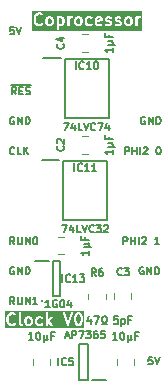
<source format=gto>
%TF.GenerationSoftware,KiCad,Pcbnew,9.0.2*%
%TF.CreationDate,2025-06-17T16:43:34+02:00*%
%TF.ProjectId,Coprocessor Clock,436f7072-6f63-4657-9373-6f7220436c6f,V0*%
%TF.SameCoordinates,Original*%
%TF.FileFunction,Legend,Top*%
%TF.FilePolarity,Positive*%
%FSLAX46Y46*%
G04 Gerber Fmt 4.6, Leading zero omitted, Abs format (unit mm)*
G04 Created by KiCad (PCBNEW 9.0.2) date 2025-06-17 16:43:34*
%MOMM*%
%LPD*%
G01*
G04 APERTURE LIST*
%ADD10C,0.150000*%
%ADD11C,0.200000*%
%ADD12C,0.120000*%
G04 APERTURE END LIST*
D10*
X1568255Y349036D02*
X1265874Y349036D01*
X1265874Y349036D02*
X1235636Y46655D01*
X1235636Y46655D02*
X1265874Y76894D01*
X1265874Y76894D02*
X1326350Y107132D01*
X1326350Y107132D02*
X1477541Y107132D01*
X1477541Y107132D02*
X1538017Y76894D01*
X1538017Y76894D02*
X1568255Y46655D01*
X1568255Y46655D02*
X1598493Y-13820D01*
X1598493Y-13820D02*
X1598493Y-165010D01*
X1598493Y-165010D02*
X1568255Y-225486D01*
X1568255Y-225486D02*
X1538017Y-255725D01*
X1538017Y-255725D02*
X1477541Y-285963D01*
X1477541Y-285963D02*
X1326350Y-285963D01*
X1326350Y-285963D02*
X1265874Y-255725D01*
X1265874Y-255725D02*
X1235636Y-225486D01*
X1779922Y349036D02*
X1991588Y-285963D01*
X1991588Y-285963D02*
X2203255Y349036D01*
D11*
G36*
X5616334Y1050641D02*
G01*
X5641003Y1025973D01*
X5670808Y966364D01*
X5670808Y727864D01*
X5641003Y668254D01*
X5616332Y643583D01*
X5556726Y613780D01*
X5413462Y613780D01*
X5394618Y623202D01*
X5394618Y1071024D01*
X5413463Y1080447D01*
X5556725Y1080447D01*
X5616334Y1050641D01*
G37*
G36*
X4711572Y1050641D02*
G01*
X4736241Y1025973D01*
X4766046Y966364D01*
X4766046Y727864D01*
X4736241Y668254D01*
X4711570Y643583D01*
X4651964Y613780D01*
X4556319Y613780D01*
X4496711Y643584D01*
X4472042Y668254D01*
X4442237Y727864D01*
X4442237Y966363D01*
X4472042Y1025973D01*
X4496710Y1050642D01*
X4556320Y1080447D01*
X4651963Y1080447D01*
X4711572Y1050641D01*
G37*
G36*
X7140144Y1050641D02*
G01*
X7164813Y1025973D01*
X7194618Y966364D01*
X7194618Y727864D01*
X7164813Y668254D01*
X7140142Y643583D01*
X7080536Y613780D01*
X6984891Y613780D01*
X6925283Y643584D01*
X6900614Y668254D01*
X6870809Y727864D01*
X6870809Y966363D01*
X6900614Y1025973D01*
X6925282Y1050642D01*
X6984892Y1080447D01*
X7080535Y1080447D01*
X7140144Y1050641D01*
G37*
G36*
X8886749Y1058291D02*
G01*
X8904199Y1023391D01*
X8632714Y969094D01*
X8632714Y1013982D01*
X8654869Y1058292D01*
X8699178Y1080447D01*
X8842440Y1080447D01*
X8886749Y1058291D01*
G37*
G36*
X11378240Y1050641D02*
G01*
X11402909Y1025973D01*
X11432714Y966364D01*
X11432714Y727864D01*
X11402909Y668254D01*
X11378238Y643583D01*
X11318632Y613780D01*
X11222987Y613780D01*
X11163379Y643584D01*
X11138710Y668254D01*
X11108905Y727864D01*
X11108905Y966363D01*
X11138710Y1025973D01*
X11163378Y1050642D01*
X11222988Y1080447D01*
X11318631Y1080447D01*
X11378240Y1050641D01*
G37*
G36*
X12456190Y-28743D02*
G01*
X3131126Y-28743D01*
X3131126Y1085209D01*
X3242237Y1085209D01*
X3242237Y942352D01*
X3242572Y938949D01*
X3242355Y937491D01*
X3243434Y930193D01*
X3244158Y922843D01*
X3244722Y921479D01*
X3245223Y918098D01*
X3292842Y727623D01*
X3293355Y726185D01*
X3293407Y725463D01*
X3296515Y717338D01*
X3299437Y709162D01*
X3299867Y708581D01*
X3300413Y707155D01*
X3348032Y611917D01*
X3353317Y603520D01*
X3354328Y601081D01*
X3356581Y598334D01*
X3358475Y595327D01*
X3360469Y593597D01*
X3366764Y585927D01*
X3462002Y490689D01*
X3477156Y478253D01*
X3480474Y476878D01*
X3483189Y474524D01*
X3501090Y466532D01*
X3643947Y418912D01*
X3653619Y416712D01*
X3656061Y415701D01*
X3659598Y415352D01*
X3663062Y414565D01*
X3665696Y414752D01*
X3675570Y413780D01*
X3770808Y413780D01*
X3780681Y414752D01*
X3783316Y414565D01*
X3786779Y415352D01*
X3790317Y415701D01*
X3792758Y416712D01*
X3802431Y418912D01*
X3945289Y466532D01*
X3963189Y474524D01*
X3965903Y476878D01*
X3969222Y478253D01*
X3984376Y490689D01*
X4031994Y538308D01*
X4044431Y553461D01*
X4059362Y589510D01*
X4059362Y628528D01*
X4044431Y664576D01*
X4016841Y692166D01*
X3980793Y707097D01*
X3941775Y707097D01*
X3905726Y692166D01*
X3890573Y679729D01*
X3859645Y648802D01*
X3754581Y613780D01*
X3691798Y613780D01*
X3586732Y648802D01*
X3519660Y715874D01*
X3484207Y786780D01*
X3442237Y954662D01*
X3442237Y989971D01*
X4242237Y989971D01*
X4242237Y704257D01*
X4244158Y684748D01*
X4245533Y681427D01*
X4245788Y677844D01*
X4252794Y659536D01*
X4300413Y564298D01*
X4305698Y555901D01*
X4306709Y553462D01*
X4308962Y550715D01*
X4310856Y547708D01*
X4312850Y545978D01*
X4319145Y538308D01*
X4366764Y490690D01*
X4374433Y484395D01*
X4376163Y482401D01*
X4379167Y480509D01*
X4381917Y478253D01*
X4384360Y477241D01*
X4392753Y471958D01*
X4487991Y424338D01*
X4506300Y417331D01*
X4509883Y417076D01*
X4513204Y415701D01*
X4532713Y413780D01*
X4675570Y413780D01*
X4695079Y415701D01*
X4698398Y417076D01*
X4701984Y417331D01*
X4720292Y424338D01*
X4815530Y471958D01*
X4823925Y477242D01*
X4826365Y478253D01*
X4829110Y480506D01*
X4832121Y482401D01*
X4833852Y484397D01*
X4841519Y490689D01*
X4889137Y538308D01*
X4895429Y545974D01*
X4897427Y547707D01*
X4899320Y550715D01*
X4901574Y553461D01*
X4902584Y555901D01*
X4907870Y564298D01*
X4955489Y659535D01*
X4962495Y677844D01*
X4962749Y681427D01*
X4964125Y684748D01*
X4966046Y704257D01*
X4966046Y989971D01*
X4964125Y1009480D01*
X4962749Y1012800D01*
X4962495Y1016384D01*
X4955489Y1034693D01*
X4907870Y1129930D01*
X4902584Y1138326D01*
X4901574Y1140767D01*
X4899320Y1143512D01*
X4897427Y1146521D01*
X4895429Y1148253D01*
X4889137Y1155920D01*
X4864611Y1180447D01*
X5194618Y1180447D01*
X5194618Y180447D01*
X5196539Y160938D01*
X5211471Y124890D01*
X5239061Y97300D01*
X5275109Y82368D01*
X5314127Y82368D01*
X5350175Y97300D01*
X5377765Y124890D01*
X5392697Y160938D01*
X5394618Y180447D01*
X5394618Y413780D01*
X5580332Y413780D01*
X5599841Y415701D01*
X5603160Y417076D01*
X5606746Y417331D01*
X5625054Y424338D01*
X5720292Y471958D01*
X5728687Y477242D01*
X5731127Y478253D01*
X5733872Y480506D01*
X5736883Y482401D01*
X5738614Y484397D01*
X5746281Y490689D01*
X5793899Y538308D01*
X5800191Y545974D01*
X5802189Y547707D01*
X5804082Y550715D01*
X5806336Y553461D01*
X5807346Y555901D01*
X5812632Y564298D01*
X5860251Y659535D01*
X5867257Y677844D01*
X5867511Y681427D01*
X5868887Y684748D01*
X5870808Y704257D01*
X5870808Y989971D01*
X5868887Y1009480D01*
X5867511Y1012800D01*
X5867257Y1016384D01*
X5860251Y1034693D01*
X5812632Y1129930D01*
X5807346Y1138326D01*
X5806336Y1140767D01*
X5804082Y1143512D01*
X5802189Y1146521D01*
X5800191Y1148253D01*
X5793899Y1155920D01*
X5769373Y1180447D01*
X6099380Y1180447D01*
X6099380Y513780D01*
X6101301Y494271D01*
X6116233Y458223D01*
X6143823Y430633D01*
X6179871Y415701D01*
X6218889Y415701D01*
X6254937Y430633D01*
X6282527Y458223D01*
X6297459Y494271D01*
X6299380Y513780D01*
X6299380Y966363D01*
X6311184Y989971D01*
X6670809Y989971D01*
X6670809Y704257D01*
X6672730Y684748D01*
X6674105Y681427D01*
X6674360Y677844D01*
X6681366Y659536D01*
X6728985Y564298D01*
X6734270Y555901D01*
X6735281Y553462D01*
X6737534Y550715D01*
X6739428Y547708D01*
X6741422Y545978D01*
X6747717Y538308D01*
X6795336Y490690D01*
X6803005Y484395D01*
X6804735Y482401D01*
X6807739Y480509D01*
X6810489Y478253D01*
X6812932Y477241D01*
X6821325Y471958D01*
X6916563Y424338D01*
X6934872Y417331D01*
X6938455Y417076D01*
X6941776Y415701D01*
X6961285Y413780D01*
X7104142Y413780D01*
X7123651Y415701D01*
X7126970Y417076D01*
X7130556Y417331D01*
X7148864Y424338D01*
X7244102Y471958D01*
X7252497Y477242D01*
X7254937Y478253D01*
X7257682Y480506D01*
X7260693Y482401D01*
X7262424Y484397D01*
X7270091Y490689D01*
X7317709Y538308D01*
X7324001Y545974D01*
X7325999Y547707D01*
X7327892Y550715D01*
X7330146Y553461D01*
X7331156Y555901D01*
X7336442Y564298D01*
X7384061Y659535D01*
X7391067Y677844D01*
X7391321Y681427D01*
X7392697Y684748D01*
X7394618Y704257D01*
X7394618Y989971D01*
X7575571Y989971D01*
X7575571Y704257D01*
X7577492Y684748D01*
X7578867Y681427D01*
X7579122Y677844D01*
X7586128Y659536D01*
X7633747Y564298D01*
X7639032Y555901D01*
X7640043Y553462D01*
X7642296Y550715D01*
X7644190Y547708D01*
X7646184Y545978D01*
X7652479Y538308D01*
X7700098Y490690D01*
X7707767Y484395D01*
X7709497Y482401D01*
X7712501Y480509D01*
X7715251Y478253D01*
X7717694Y477241D01*
X7726087Y471958D01*
X7821325Y424338D01*
X7839634Y417331D01*
X7843217Y417076D01*
X7846538Y415701D01*
X7866047Y413780D01*
X8056523Y413780D01*
X8076032Y415701D01*
X8079351Y417076D01*
X8082937Y417331D01*
X8101245Y424338D01*
X8196483Y471958D01*
X8213074Y482401D01*
X8238638Y511878D01*
X8250976Y548894D01*
X8248210Y587814D01*
X8230761Y622712D01*
X8201284Y648277D01*
X8164268Y660615D01*
X8125348Y657849D01*
X8107039Y650842D01*
X8032917Y613780D01*
X7889653Y613780D01*
X7830045Y643584D01*
X7805376Y668254D01*
X7775571Y727864D01*
X7775571Y966363D01*
X7805376Y1025973D01*
X7830044Y1050642D01*
X7889654Y1080447D01*
X8032916Y1080447D01*
X8107039Y1043385D01*
X8125348Y1036379D01*
X8164268Y1033613D01*
X8176199Y1037590D01*
X8432714Y1037590D01*
X8432714Y656638D01*
X8434635Y637129D01*
X8436010Y633808D01*
X8436265Y630225D01*
X8443271Y611917D01*
X8490890Y516679D01*
X8492942Y513418D01*
X8493456Y511878D01*
X8495119Y509960D01*
X8501333Y500089D01*
X8510805Y491873D01*
X8519021Y482401D01*
X8528892Y476187D01*
X8530810Y474524D01*
X8532350Y474010D01*
X8535611Y471958D01*
X8630849Y424338D01*
X8649158Y417331D01*
X8652741Y417076D01*
X8656062Y415701D01*
X8675571Y413780D01*
X8866047Y413780D01*
X8885556Y415701D01*
X8888875Y417076D01*
X8892461Y417331D01*
X8910769Y424338D01*
X9006007Y471958D01*
X9022598Y482401D01*
X9048162Y511878D01*
X9060500Y548894D01*
X9057734Y587814D01*
X9040285Y622712D01*
X9010808Y648277D01*
X8973792Y660615D01*
X8934872Y657849D01*
X8916563Y650842D01*
X8842441Y613780D01*
X8699177Y613780D01*
X8654869Y635934D01*
X8632714Y680245D01*
X8632714Y765133D01*
X9028410Y844273D01*
X9028413Y844273D01*
X9028415Y844274D01*
X9028515Y844294D01*
X9047269Y850004D01*
X9055409Y855455D01*
X9064461Y859205D01*
X9071462Y866206D01*
X9079688Y871715D01*
X9085122Y879866D01*
X9092051Y886795D01*
X9095841Y895944D01*
X9101332Y904180D01*
X9103233Y913790D01*
X9106983Y922843D01*
X9108904Y942352D01*
X9108904Y1037590D01*
X9289857Y1037590D01*
X9289857Y989971D01*
X9291778Y970462D01*
X9293153Y967141D01*
X9293408Y963558D01*
X9300414Y945250D01*
X9348033Y850012D01*
X9350086Y846748D01*
X9350600Y845210D01*
X9352262Y843293D01*
X9358476Y833422D01*
X9367946Y825208D01*
X9376164Y815733D01*
X9386037Y809518D01*
X9387953Y807857D01*
X9389491Y807344D01*
X9392755Y805290D01*
X9487992Y757671D01*
X9506301Y750665D01*
X9509884Y750410D01*
X9513205Y749035D01*
X9532714Y747114D01*
X9651964Y747114D01*
X9696273Y724958D01*
X9718428Y680650D01*
X9718428Y680245D01*
X9696272Y635934D01*
X9651965Y613780D01*
X9508701Y613780D01*
X9434579Y650842D01*
X9416271Y657849D01*
X9377351Y660615D01*
X9340335Y648277D01*
X9310858Y622712D01*
X9293408Y587814D01*
X9290642Y548894D01*
X9302980Y511878D01*
X9328545Y482401D01*
X9345135Y471958D01*
X9440373Y424338D01*
X9458682Y417331D01*
X9462265Y417076D01*
X9465586Y415701D01*
X9485095Y413780D01*
X9675571Y413780D01*
X9695080Y415701D01*
X9698399Y417076D01*
X9701985Y417331D01*
X9720293Y424338D01*
X9815531Y471958D01*
X9818792Y474010D01*
X9820332Y474524D01*
X9822249Y476186D01*
X9832122Y482401D01*
X9840336Y491873D01*
X9849809Y500088D01*
X9856023Y509960D01*
X9857686Y511878D01*
X9858199Y513417D01*
X9860252Y516679D01*
X9907871Y611916D01*
X9914877Y630225D01*
X9915131Y633808D01*
X9916507Y637129D01*
X9918428Y656638D01*
X9918428Y704257D01*
X9916507Y723766D01*
X9915131Y727086D01*
X9914877Y730670D01*
X9907871Y748979D01*
X9860252Y844216D01*
X9858197Y847479D01*
X9857685Y849018D01*
X9856023Y850933D01*
X9849809Y860807D01*
X9840333Y869024D01*
X9832120Y878495D01*
X9822248Y884708D01*
X9820332Y886371D01*
X9818793Y886884D01*
X9815530Y888938D01*
X9720292Y936557D01*
X9701984Y943563D01*
X9698400Y943817D01*
X9695080Y945193D01*
X9675571Y947114D01*
X9556321Y947114D01*
X9512012Y969268D01*
X9489857Y1013578D01*
X9489857Y1013982D01*
X9512012Y1058292D01*
X9556321Y1080447D01*
X9651964Y1080447D01*
X9726087Y1043385D01*
X9744396Y1036379D01*
X9783316Y1033613D01*
X9795247Y1037590D01*
X10099381Y1037590D01*
X10099381Y989971D01*
X10101302Y970462D01*
X10102677Y967141D01*
X10102932Y963558D01*
X10109938Y945250D01*
X10157557Y850012D01*
X10159610Y846748D01*
X10160124Y845210D01*
X10161786Y843293D01*
X10168000Y833422D01*
X10177470Y825208D01*
X10185688Y815733D01*
X10195561Y809518D01*
X10197477Y807857D01*
X10199015Y807344D01*
X10202279Y805290D01*
X10297516Y757671D01*
X10315825Y750665D01*
X10319408Y750410D01*
X10322729Y749035D01*
X10342238Y747114D01*
X10461488Y747114D01*
X10505797Y724958D01*
X10527952Y680650D01*
X10527952Y680245D01*
X10505796Y635934D01*
X10461489Y613780D01*
X10318225Y613780D01*
X10244103Y650842D01*
X10225795Y657849D01*
X10186875Y660615D01*
X10149859Y648277D01*
X10120382Y622712D01*
X10102932Y587814D01*
X10100166Y548894D01*
X10112504Y511878D01*
X10138069Y482401D01*
X10154659Y471958D01*
X10249897Y424338D01*
X10268206Y417331D01*
X10271789Y417076D01*
X10275110Y415701D01*
X10294619Y413780D01*
X10485095Y413780D01*
X10504604Y415701D01*
X10507923Y417076D01*
X10511509Y417331D01*
X10529817Y424338D01*
X10625055Y471958D01*
X10628316Y474010D01*
X10629856Y474524D01*
X10631773Y476186D01*
X10641646Y482401D01*
X10649860Y491873D01*
X10659333Y500088D01*
X10665547Y509960D01*
X10667210Y511878D01*
X10667723Y513417D01*
X10669776Y516679D01*
X10717395Y611916D01*
X10724401Y630225D01*
X10724655Y633808D01*
X10726031Y637129D01*
X10727952Y656638D01*
X10727952Y704257D01*
X10726031Y723766D01*
X10724655Y727086D01*
X10724401Y730670D01*
X10717395Y748979D01*
X10669776Y844216D01*
X10667721Y847479D01*
X10667209Y849018D01*
X10665547Y850933D01*
X10659333Y860807D01*
X10649857Y869024D01*
X10641644Y878495D01*
X10631772Y884708D01*
X10629856Y886371D01*
X10628317Y886884D01*
X10625054Y888938D01*
X10529816Y936557D01*
X10511508Y943563D01*
X10507924Y943817D01*
X10504604Y945193D01*
X10485095Y947114D01*
X10365845Y947114D01*
X10321536Y969268D01*
X10311184Y989971D01*
X10908905Y989971D01*
X10908905Y704257D01*
X10910826Y684748D01*
X10912201Y681427D01*
X10912456Y677844D01*
X10919462Y659536D01*
X10967081Y564298D01*
X10972366Y555901D01*
X10973377Y553462D01*
X10975630Y550715D01*
X10977524Y547708D01*
X10979518Y545978D01*
X10985813Y538308D01*
X11033432Y490690D01*
X11041101Y484395D01*
X11042831Y482401D01*
X11045835Y480509D01*
X11048585Y478253D01*
X11051028Y477241D01*
X11059421Y471958D01*
X11154659Y424338D01*
X11172968Y417331D01*
X11176551Y417076D01*
X11179872Y415701D01*
X11199381Y413780D01*
X11342238Y413780D01*
X11361747Y415701D01*
X11365066Y417076D01*
X11368652Y417331D01*
X11386960Y424338D01*
X11482198Y471958D01*
X11490593Y477242D01*
X11493033Y478253D01*
X11495778Y480506D01*
X11498789Y482401D01*
X11500520Y484397D01*
X11508187Y490689D01*
X11555805Y538308D01*
X11562097Y545974D01*
X11564095Y547707D01*
X11565988Y550715D01*
X11568242Y553461D01*
X11569252Y555901D01*
X11574538Y564298D01*
X11622157Y659535D01*
X11629163Y677844D01*
X11629417Y681427D01*
X11630793Y684748D01*
X11632714Y704257D01*
X11632714Y989971D01*
X11630793Y1009480D01*
X11629417Y1012800D01*
X11629163Y1016384D01*
X11622157Y1034693D01*
X11574538Y1129930D01*
X11569252Y1138326D01*
X11568242Y1140767D01*
X11565988Y1143512D01*
X11564095Y1146521D01*
X11562097Y1148253D01*
X11555805Y1155920D01*
X11531279Y1180447D01*
X11861286Y1180447D01*
X11861286Y513780D01*
X11863207Y494271D01*
X11878139Y458223D01*
X11905729Y430633D01*
X11941777Y415701D01*
X11980795Y415701D01*
X12016843Y430633D01*
X12044433Y458223D01*
X12059365Y494271D01*
X12061286Y513780D01*
X12061286Y966363D01*
X12091091Y1025973D01*
X12115759Y1050642D01*
X12175369Y1080447D01*
X12247000Y1080447D01*
X12266509Y1082368D01*
X12302557Y1097300D01*
X12330147Y1124890D01*
X12345079Y1160938D01*
X12345079Y1199956D01*
X12330147Y1236004D01*
X12302557Y1263594D01*
X12266509Y1278526D01*
X12247000Y1280447D01*
X12151762Y1280447D01*
X12132253Y1278526D01*
X12128932Y1277150D01*
X12125349Y1276896D01*
X12107040Y1269890D01*
X12042711Y1237725D01*
X12016843Y1263594D01*
X11980795Y1278526D01*
X11941777Y1278526D01*
X11905729Y1263594D01*
X11878139Y1236004D01*
X11863207Y1199956D01*
X11861286Y1180447D01*
X11531279Y1180447D01*
X11508187Y1203539D01*
X11500516Y1209833D01*
X11498787Y1211828D01*
X11495779Y1213721D01*
X11493033Y1215975D01*
X11490593Y1216985D01*
X11482197Y1222271D01*
X11386959Y1269890D01*
X11368651Y1276896D01*
X11365067Y1277150D01*
X11361747Y1278526D01*
X11342238Y1280447D01*
X11199381Y1280447D01*
X11179872Y1278526D01*
X11176551Y1277150D01*
X11172968Y1276896D01*
X11154659Y1269890D01*
X11059422Y1222271D01*
X11051025Y1216985D01*
X11048585Y1215975D01*
X11045839Y1213721D01*
X11042831Y1211828D01*
X11041098Y1209830D01*
X11033432Y1203538D01*
X10985813Y1155920D01*
X10979518Y1148249D01*
X10977524Y1146520D01*
X10975630Y1143512D01*
X10973377Y1140766D01*
X10972366Y1138326D01*
X10967081Y1129930D01*
X10919462Y1034692D01*
X10912456Y1016384D01*
X10912201Y1012800D01*
X10910826Y1009480D01*
X10908905Y989971D01*
X10311184Y989971D01*
X10299381Y1013578D01*
X10299381Y1013982D01*
X10321536Y1058292D01*
X10365845Y1080447D01*
X10461488Y1080447D01*
X10535611Y1043385D01*
X10553920Y1036379D01*
X10592840Y1033613D01*
X10629856Y1045952D01*
X10659333Y1071517D01*
X10676782Y1106415D01*
X10679547Y1145335D01*
X10667209Y1182351D01*
X10641644Y1211828D01*
X10625054Y1222271D01*
X10529816Y1269890D01*
X10511508Y1276896D01*
X10507924Y1277150D01*
X10504604Y1278526D01*
X10485095Y1280447D01*
X10342238Y1280447D01*
X10322729Y1278526D01*
X10319408Y1277150D01*
X10315825Y1276896D01*
X10297516Y1269890D01*
X10202279Y1222271D01*
X10199015Y1220216D01*
X10197477Y1219704D01*
X10195561Y1218042D01*
X10185688Y1211828D01*
X10177470Y1202352D01*
X10168000Y1194139D01*
X10161786Y1184267D01*
X10160124Y1182351D01*
X10159610Y1180812D01*
X10157557Y1177549D01*
X10109938Y1082311D01*
X10102932Y1064003D01*
X10102677Y1060419D01*
X10101302Y1057099D01*
X10099381Y1037590D01*
X9795247Y1037590D01*
X9820332Y1045952D01*
X9849809Y1071517D01*
X9867258Y1106415D01*
X9870023Y1145335D01*
X9857685Y1182351D01*
X9832120Y1211828D01*
X9815530Y1222271D01*
X9720292Y1269890D01*
X9701984Y1276896D01*
X9698400Y1277150D01*
X9695080Y1278526D01*
X9675571Y1280447D01*
X9532714Y1280447D01*
X9513205Y1278526D01*
X9509884Y1277150D01*
X9506301Y1276896D01*
X9487992Y1269890D01*
X9392755Y1222271D01*
X9389491Y1220216D01*
X9387953Y1219704D01*
X9386037Y1218042D01*
X9376164Y1211828D01*
X9367946Y1202352D01*
X9358476Y1194139D01*
X9352262Y1184267D01*
X9350600Y1182351D01*
X9350086Y1180812D01*
X9348033Y1177549D01*
X9300414Y1082311D01*
X9293408Y1064003D01*
X9293153Y1060419D01*
X9291778Y1057099D01*
X9289857Y1037590D01*
X9108904Y1037590D01*
X9106983Y1057099D01*
X9105607Y1060419D01*
X9105353Y1064003D01*
X9098347Y1082312D01*
X9050728Y1177549D01*
X9048673Y1180812D01*
X9048161Y1182351D01*
X9046499Y1184266D01*
X9040285Y1194140D01*
X9030809Y1202357D01*
X9022596Y1211828D01*
X9012724Y1218041D01*
X9010808Y1219704D01*
X9009269Y1220217D01*
X9006006Y1222271D01*
X8910768Y1269890D01*
X8892460Y1276896D01*
X8888876Y1277150D01*
X8885556Y1278526D01*
X8866047Y1280447D01*
X8675571Y1280447D01*
X8656062Y1278526D01*
X8652741Y1277150D01*
X8649158Y1276896D01*
X8630849Y1269890D01*
X8535612Y1222271D01*
X8532348Y1220216D01*
X8530810Y1219704D01*
X8528894Y1218042D01*
X8519021Y1211828D01*
X8510803Y1202352D01*
X8501333Y1194139D01*
X8495119Y1184267D01*
X8493457Y1182351D01*
X8492943Y1180812D01*
X8490890Y1177549D01*
X8443271Y1082311D01*
X8436265Y1064003D01*
X8436010Y1060419D01*
X8434635Y1057099D01*
X8432714Y1037590D01*
X8176199Y1037590D01*
X8201284Y1045952D01*
X8230761Y1071517D01*
X8248210Y1106415D01*
X8250975Y1145335D01*
X8238637Y1182351D01*
X8213072Y1211828D01*
X8196482Y1222271D01*
X8101244Y1269890D01*
X8082936Y1276896D01*
X8079352Y1277150D01*
X8076032Y1278526D01*
X8056523Y1280447D01*
X7866047Y1280447D01*
X7846538Y1278526D01*
X7843217Y1277150D01*
X7839634Y1276896D01*
X7821325Y1269890D01*
X7726088Y1222271D01*
X7717691Y1216985D01*
X7715251Y1215975D01*
X7712505Y1213721D01*
X7709497Y1211828D01*
X7707764Y1209830D01*
X7700098Y1203538D01*
X7652479Y1155920D01*
X7646184Y1148249D01*
X7644190Y1146520D01*
X7642296Y1143512D01*
X7640043Y1140766D01*
X7639032Y1138326D01*
X7633747Y1129930D01*
X7586128Y1034692D01*
X7579122Y1016384D01*
X7578867Y1012800D01*
X7577492Y1009480D01*
X7575571Y989971D01*
X7394618Y989971D01*
X7392697Y1009480D01*
X7391321Y1012800D01*
X7391067Y1016384D01*
X7384061Y1034693D01*
X7336442Y1129930D01*
X7331156Y1138326D01*
X7330146Y1140767D01*
X7327892Y1143512D01*
X7325999Y1146521D01*
X7324001Y1148253D01*
X7317709Y1155920D01*
X7270091Y1203539D01*
X7262420Y1209833D01*
X7260691Y1211828D01*
X7257683Y1213721D01*
X7254937Y1215975D01*
X7252497Y1216985D01*
X7244101Y1222271D01*
X7148863Y1269890D01*
X7130555Y1276896D01*
X7126971Y1277150D01*
X7123651Y1278526D01*
X7104142Y1280447D01*
X6961285Y1280447D01*
X6941776Y1278526D01*
X6938455Y1277150D01*
X6934872Y1276896D01*
X6916563Y1269890D01*
X6821326Y1222271D01*
X6812929Y1216985D01*
X6810489Y1215975D01*
X6807743Y1213721D01*
X6804735Y1211828D01*
X6803002Y1209830D01*
X6795336Y1203538D01*
X6747717Y1155920D01*
X6741422Y1148249D01*
X6739428Y1146520D01*
X6737534Y1143512D01*
X6735281Y1140766D01*
X6734270Y1138326D01*
X6728985Y1129930D01*
X6681366Y1034692D01*
X6674360Y1016384D01*
X6674105Y1012800D01*
X6672730Y1009480D01*
X6670809Y989971D01*
X6311184Y989971D01*
X6329185Y1025973D01*
X6353853Y1050642D01*
X6413463Y1080447D01*
X6485094Y1080447D01*
X6504603Y1082368D01*
X6540651Y1097300D01*
X6568241Y1124890D01*
X6583173Y1160938D01*
X6583173Y1199956D01*
X6568241Y1236004D01*
X6540651Y1263594D01*
X6504603Y1278526D01*
X6485094Y1280447D01*
X6389856Y1280447D01*
X6370347Y1278526D01*
X6367026Y1277150D01*
X6363443Y1276896D01*
X6345134Y1269890D01*
X6280805Y1237725D01*
X6254937Y1263594D01*
X6218889Y1278526D01*
X6179871Y1278526D01*
X6143823Y1263594D01*
X6116233Y1236004D01*
X6101301Y1199956D01*
X6099380Y1180447D01*
X5769373Y1180447D01*
X5746281Y1203539D01*
X5738610Y1209833D01*
X5736881Y1211828D01*
X5733873Y1213721D01*
X5731127Y1215975D01*
X5728687Y1216985D01*
X5720291Y1222271D01*
X5625053Y1269890D01*
X5606745Y1276896D01*
X5603161Y1277150D01*
X5599841Y1278526D01*
X5580332Y1280447D01*
X5389856Y1280447D01*
X5370347Y1278526D01*
X5367026Y1277150D01*
X5363443Y1276896D01*
X5345134Y1269890D01*
X5340531Y1267588D01*
X5314127Y1278526D01*
X5275109Y1278526D01*
X5239061Y1263594D01*
X5211471Y1236004D01*
X5196539Y1199956D01*
X5194618Y1180447D01*
X4864611Y1180447D01*
X4841519Y1203539D01*
X4833848Y1209833D01*
X4832119Y1211828D01*
X4829111Y1213721D01*
X4826365Y1215975D01*
X4823925Y1216985D01*
X4815529Y1222271D01*
X4720291Y1269890D01*
X4701983Y1276896D01*
X4698399Y1277150D01*
X4695079Y1278526D01*
X4675570Y1280447D01*
X4532713Y1280447D01*
X4513204Y1278526D01*
X4509883Y1277150D01*
X4506300Y1276896D01*
X4487991Y1269890D01*
X4392754Y1222271D01*
X4384357Y1216985D01*
X4381917Y1215975D01*
X4379171Y1213721D01*
X4376163Y1211828D01*
X4374430Y1209830D01*
X4366764Y1203538D01*
X4319145Y1155920D01*
X4312850Y1148249D01*
X4310856Y1146520D01*
X4308962Y1143512D01*
X4306709Y1140766D01*
X4305698Y1138326D01*
X4300413Y1129930D01*
X4252794Y1034692D01*
X4245788Y1016384D01*
X4245533Y1012800D01*
X4244158Y1009480D01*
X4242237Y989971D01*
X3442237Y989971D01*
X3442237Y1072899D01*
X3484207Y1240780D01*
X3519660Y1311686D01*
X3586732Y1378758D01*
X3691796Y1413780D01*
X3754581Y1413780D01*
X3859646Y1378758D01*
X3890573Y1347832D01*
X3905726Y1335395D01*
X3941775Y1320464D01*
X3980793Y1320464D01*
X4016841Y1335395D01*
X4044431Y1362985D01*
X4059362Y1399033D01*
X4059362Y1438051D01*
X4044431Y1474100D01*
X4031994Y1489253D01*
X3984376Y1536872D01*
X3969222Y1549308D01*
X3965903Y1550682D01*
X3963188Y1553038D01*
X3945287Y1561029D01*
X3802431Y1608648D01*
X3792759Y1610847D01*
X3790317Y1611859D01*
X3786778Y1612207D01*
X3783315Y1612995D01*
X3780681Y1612807D01*
X3770808Y1613780D01*
X3675570Y1613780D01*
X3665696Y1612807D01*
X3663062Y1612995D01*
X3659598Y1612207D01*
X3656061Y1611859D01*
X3653619Y1610847D01*
X3643947Y1608648D01*
X3501090Y1561029D01*
X3483190Y1553038D01*
X3480474Y1550682D01*
X3477156Y1549308D01*
X3462002Y1536872D01*
X3366764Y1441634D01*
X3360469Y1433963D01*
X3358475Y1432234D01*
X3356581Y1429226D01*
X3354328Y1426480D01*
X3353317Y1424040D01*
X3348032Y1415644D01*
X3300413Y1320406D01*
X3299867Y1318979D01*
X3299437Y1318399D01*
X3296515Y1310222D01*
X3293407Y1302098D01*
X3293355Y1301375D01*
X3292842Y1299938D01*
X3245223Y1109463D01*
X3244722Y1106081D01*
X3244158Y1104718D01*
X3243434Y1097367D01*
X3242355Y1090070D01*
X3242572Y1088611D01*
X3242237Y1085209D01*
X3131126Y1085209D01*
X3131126Y1724891D01*
X12456190Y1724891D01*
X12456190Y-28743D01*
G37*
G36*
X2941287Y-24349357D02*
G01*
X2965956Y-24374025D01*
X2995761Y-24433635D01*
X2995761Y-24672135D01*
X2965956Y-24731743D01*
X2941287Y-24756413D01*
X2881678Y-24786219D01*
X2786035Y-24786219D01*
X2726425Y-24756414D01*
X2701758Y-24731746D01*
X2671952Y-24672134D01*
X2671952Y-24433635D01*
X2701757Y-24374025D01*
X2726425Y-24349356D01*
X2786035Y-24319552D01*
X2881678Y-24319552D01*
X2941287Y-24349357D01*
G37*
G36*
X7131764Y-24016024D02*
G01*
X7156433Y-24040692D01*
X7191886Y-24111599D01*
X7233857Y-24279480D01*
X7233857Y-24492956D01*
X7191886Y-24660837D01*
X7156433Y-24731743D01*
X7131764Y-24756413D01*
X7072155Y-24786219D01*
X7024131Y-24786219D01*
X6964521Y-24756414D01*
X6939854Y-24731746D01*
X6904399Y-24660837D01*
X6862429Y-24492956D01*
X6862429Y-24279481D01*
X6904399Y-24111599D01*
X6939853Y-24040692D01*
X6964521Y-24016023D01*
X7024131Y-23986219D01*
X7072155Y-23986219D01*
X7131764Y-24016024D01*
G37*
G36*
X7544968Y-25097330D02*
G01*
X837031Y-25097330D01*
X837031Y-24314790D01*
X948142Y-24314790D01*
X948142Y-24457647D01*
X948477Y-24461049D01*
X948260Y-24462508D01*
X949339Y-24469805D01*
X950063Y-24477156D01*
X950627Y-24478519D01*
X951128Y-24481901D01*
X998747Y-24672376D01*
X999260Y-24673813D01*
X999312Y-24674536D01*
X1002420Y-24682660D01*
X1005342Y-24690837D01*
X1005772Y-24691417D01*
X1006318Y-24692844D01*
X1053937Y-24788082D01*
X1059219Y-24796474D01*
X1060232Y-24798918D01*
X1062488Y-24801667D01*
X1064380Y-24804672D01*
X1066374Y-24806401D01*
X1072669Y-24814071D01*
X1167907Y-24909311D01*
X1183060Y-24921747D01*
X1186379Y-24923122D01*
X1189095Y-24925477D01*
X1206995Y-24933468D01*
X1349852Y-24981087D01*
X1359524Y-24983286D01*
X1361966Y-24984298D01*
X1365503Y-24984646D01*
X1368967Y-24985434D01*
X1371601Y-24985246D01*
X1381475Y-24986219D01*
X1476713Y-24986219D01*
X1486586Y-24985246D01*
X1489220Y-24985434D01*
X1492683Y-24984646D01*
X1496222Y-24984298D01*
X1498664Y-24983286D01*
X1508336Y-24981087D01*
X1651192Y-24933468D01*
X1669093Y-24925477D01*
X1671808Y-24923122D01*
X1675128Y-24921747D01*
X1690281Y-24909310D01*
X1737900Y-24861690D01*
X1750337Y-24846537D01*
X1765268Y-24810488D01*
X1765267Y-24771470D01*
X1750336Y-24735422D01*
X1722745Y-24707832D01*
X1686697Y-24692901D01*
X1647679Y-24692902D01*
X1611631Y-24707833D01*
X1596477Y-24720270D01*
X1565550Y-24751197D01*
X1460486Y-24786219D01*
X1397701Y-24786219D01*
X1292636Y-24751197D01*
X1225566Y-24684127D01*
X1190112Y-24613218D01*
X1148142Y-24445337D01*
X1148142Y-24327100D01*
X1190112Y-24159218D01*
X1225565Y-24088312D01*
X1292637Y-24021240D01*
X1397701Y-23986219D01*
X1460486Y-23986219D01*
X1565551Y-24021240D01*
X1596478Y-24052167D01*
X1611631Y-24064604D01*
X1647680Y-24079535D01*
X1686698Y-24079535D01*
X1722746Y-24064604D01*
X1750336Y-24037014D01*
X1765267Y-24000966D01*
X1765267Y-23961948D01*
X1750336Y-23925899D01*
X1737899Y-23910746D01*
X1713373Y-23886219D01*
X1995761Y-23886219D01*
X1995761Y-24743361D01*
X1997682Y-24762870D01*
X1999057Y-24766190D01*
X1999312Y-24769773D01*
X2006318Y-24788082D01*
X2053937Y-24883321D01*
X2055990Y-24886584D01*
X2056504Y-24888123D01*
X2058166Y-24890039D01*
X2064380Y-24899911D01*
X2073851Y-24908125D01*
X2082068Y-24917600D01*
X2091938Y-24923812D01*
X2093856Y-24925476D01*
X2095396Y-24925989D01*
X2098659Y-24928043D01*
X2193896Y-24975662D01*
X2212205Y-24982668D01*
X2251125Y-24985434D01*
X2288141Y-24973095D01*
X2317618Y-24947530D01*
X2335067Y-24912632D01*
X2337832Y-24873712D01*
X2325494Y-24836696D01*
X2299929Y-24807219D01*
X2283339Y-24796776D01*
X2217915Y-24764064D01*
X2195761Y-24719754D01*
X2195761Y-24410028D01*
X2471952Y-24410028D01*
X2471952Y-24695742D01*
X2473873Y-24715251D01*
X2475248Y-24718571D01*
X2475503Y-24722155D01*
X2482509Y-24740463D01*
X2530128Y-24835701D01*
X2535411Y-24844093D01*
X2536423Y-24846537D01*
X2538679Y-24849286D01*
X2540571Y-24852291D01*
X2542565Y-24854020D01*
X2548860Y-24861690D01*
X2596478Y-24909310D01*
X2604146Y-24915603D01*
X2605878Y-24917600D01*
X2608886Y-24919493D01*
X2611632Y-24921747D01*
X2614072Y-24922757D01*
X2622469Y-24928043D01*
X2717706Y-24975662D01*
X2736015Y-24982668D01*
X2739598Y-24982922D01*
X2742919Y-24984298D01*
X2762428Y-24986219D01*
X2905285Y-24986219D01*
X2924794Y-24984298D01*
X2928114Y-24982922D01*
X2931698Y-24982668D01*
X2950006Y-24975662D01*
X3045244Y-24928043D01*
X3053639Y-24922758D01*
X3056081Y-24921747D01*
X3058828Y-24919491D01*
X3061834Y-24917600D01*
X3063564Y-24915605D01*
X3071234Y-24909310D01*
X3118853Y-24861690D01*
X3125145Y-24854023D01*
X3127142Y-24852292D01*
X3129035Y-24849284D01*
X3131290Y-24846537D01*
X3132301Y-24844095D01*
X3137585Y-24835701D01*
X3185204Y-24740464D01*
X3192210Y-24722155D01*
X3192464Y-24718571D01*
X3193840Y-24715251D01*
X3195761Y-24695742D01*
X3195761Y-24410028D01*
X3376714Y-24410028D01*
X3376714Y-24695742D01*
X3378635Y-24715251D01*
X3380010Y-24718571D01*
X3380265Y-24722155D01*
X3387271Y-24740463D01*
X3434890Y-24835701D01*
X3440173Y-24844093D01*
X3441185Y-24846537D01*
X3443441Y-24849286D01*
X3445333Y-24852291D01*
X3447327Y-24854020D01*
X3453622Y-24861690D01*
X3501240Y-24909310D01*
X3508908Y-24915603D01*
X3510640Y-24917600D01*
X3513648Y-24919493D01*
X3516394Y-24921747D01*
X3518834Y-24922757D01*
X3527231Y-24928043D01*
X3622468Y-24975662D01*
X3640777Y-24982668D01*
X3644360Y-24982922D01*
X3647681Y-24984298D01*
X3667190Y-24986219D01*
X3857666Y-24986219D01*
X3877175Y-24984298D01*
X3880495Y-24982922D01*
X3884079Y-24982668D01*
X3902387Y-24975662D01*
X3997625Y-24928043D01*
X4014215Y-24917600D01*
X4039780Y-24888123D01*
X4052118Y-24851107D01*
X4049353Y-24812187D01*
X4031904Y-24777289D01*
X4002427Y-24751724D01*
X3965411Y-24739385D01*
X3926491Y-24742151D01*
X3908182Y-24749157D01*
X3834059Y-24786219D01*
X3690797Y-24786219D01*
X3631187Y-24756414D01*
X3606520Y-24731746D01*
X3576714Y-24672134D01*
X3576714Y-24433635D01*
X3606519Y-24374025D01*
X3631187Y-24349356D01*
X3690797Y-24319552D01*
X3834059Y-24319552D01*
X3908182Y-24356614D01*
X3926491Y-24363620D01*
X3965411Y-24366386D01*
X4002427Y-24354047D01*
X4031904Y-24328482D01*
X4049353Y-24293584D01*
X4052118Y-24254664D01*
X4039780Y-24217648D01*
X4014215Y-24188171D01*
X3997625Y-24177728D01*
X3902387Y-24130109D01*
X3884079Y-24123103D01*
X3880495Y-24122848D01*
X3877175Y-24121473D01*
X3857666Y-24119552D01*
X3667190Y-24119552D01*
X3647681Y-24121473D01*
X3644360Y-24122848D01*
X3640777Y-24123103D01*
X3622468Y-24130109D01*
X3527231Y-24177728D01*
X3518834Y-24183013D01*
X3516394Y-24184024D01*
X3513648Y-24186277D01*
X3510640Y-24188171D01*
X3508907Y-24190168D01*
X3501241Y-24196461D01*
X3453622Y-24244079D01*
X3447327Y-24251749D01*
X3445333Y-24253479D01*
X3443439Y-24256486D01*
X3441186Y-24259233D01*
X3440175Y-24261672D01*
X3434890Y-24270069D01*
X3387271Y-24365307D01*
X3380265Y-24383615D01*
X3380010Y-24387198D01*
X3378635Y-24390519D01*
X3376714Y-24410028D01*
X3195761Y-24410028D01*
X3193840Y-24390519D01*
X3192464Y-24387198D01*
X3192210Y-24383615D01*
X3185204Y-24365306D01*
X3137585Y-24270069D01*
X3132299Y-24261672D01*
X3131289Y-24259232D01*
X3129035Y-24256486D01*
X3127142Y-24253478D01*
X3125144Y-24251745D01*
X3118852Y-24244079D01*
X3071234Y-24196460D01*
X3063563Y-24190165D01*
X3061834Y-24188171D01*
X3058826Y-24186277D01*
X3056080Y-24184024D01*
X3053640Y-24183013D01*
X3045244Y-24177728D01*
X2950006Y-24130109D01*
X2931698Y-24123103D01*
X2928114Y-24122848D01*
X2924794Y-24121473D01*
X2905285Y-24119552D01*
X2762428Y-24119552D01*
X2742919Y-24121473D01*
X2739598Y-24122848D01*
X2736015Y-24123103D01*
X2717706Y-24130109D01*
X2622469Y-24177728D01*
X2614072Y-24183013D01*
X2611632Y-24184024D01*
X2608886Y-24186277D01*
X2605878Y-24188171D01*
X2604145Y-24190168D01*
X2596479Y-24196461D01*
X2548860Y-24244079D01*
X2542565Y-24251749D01*
X2540571Y-24253479D01*
X2538677Y-24256486D01*
X2536424Y-24259233D01*
X2535413Y-24261672D01*
X2530128Y-24270069D01*
X2482509Y-24365307D01*
X2475503Y-24383615D01*
X2475248Y-24387198D01*
X2473873Y-24390519D01*
X2471952Y-24410028D01*
X2195761Y-24410028D01*
X2195761Y-23886219D01*
X4281476Y-23886219D01*
X4281476Y-24886219D01*
X4283397Y-24905728D01*
X4298329Y-24941776D01*
X4325919Y-24969366D01*
X4361967Y-24984298D01*
X4400985Y-24984298D01*
X4437033Y-24969366D01*
X4464623Y-24941776D01*
X4479555Y-24905728D01*
X4481476Y-24886219D01*
X4481476Y-24678282D01*
X4682428Y-24946219D01*
X4695670Y-24960674D01*
X4729245Y-24980553D01*
X4767871Y-24986071D01*
X4805668Y-24976388D01*
X4836883Y-24952977D01*
X4856762Y-24919403D01*
X4862280Y-24880777D01*
X4852597Y-24842979D01*
X4842428Y-24826219D01*
X4608751Y-24514649D01*
X4833138Y-24290263D01*
X4845575Y-24275110D01*
X4860506Y-24239061D01*
X4860506Y-24200043D01*
X4845575Y-24163995D01*
X4817985Y-24136405D01*
X4781937Y-24121474D01*
X4742919Y-24121474D01*
X4706870Y-24136405D01*
X4691717Y-24148842D01*
X4481476Y-24359082D01*
X4481476Y-23898726D01*
X5710833Y-23898726D01*
X5715180Y-23917842D01*
X6048513Y-24917841D01*
X6056504Y-24935742D01*
X6061187Y-24941141D01*
X6064382Y-24947531D01*
X6073853Y-24955746D01*
X6082069Y-24965218D01*
X6088457Y-24968412D01*
X6093858Y-24973096D01*
X6105759Y-24977063D01*
X6116968Y-24982667D01*
X6124092Y-24983173D01*
X6130874Y-24985434D01*
X6143383Y-24984544D01*
X6155888Y-24985434D01*
X6162666Y-24983174D01*
X6169794Y-24982668D01*
X6181010Y-24977059D01*
X6192904Y-24973095D01*
X6198301Y-24968414D01*
X6204693Y-24965218D01*
X6212911Y-24955742D01*
X6222380Y-24947530D01*
X6225573Y-24941143D01*
X6230258Y-24935742D01*
X6238249Y-24917842D01*
X6455139Y-24267171D01*
X6662429Y-24267171D01*
X6662429Y-24505266D01*
X6662764Y-24508668D01*
X6662547Y-24510127D01*
X6663626Y-24517424D01*
X6664350Y-24524775D01*
X6664914Y-24526138D01*
X6665415Y-24529520D01*
X6713034Y-24719995D01*
X6713547Y-24721432D01*
X6713599Y-24722155D01*
X6716707Y-24730279D01*
X6719629Y-24738456D01*
X6720059Y-24739036D01*
X6720605Y-24740463D01*
X6768224Y-24835701D01*
X6773507Y-24844093D01*
X6774519Y-24846537D01*
X6776775Y-24849286D01*
X6778667Y-24852291D01*
X6780661Y-24854020D01*
X6786956Y-24861690D01*
X6834574Y-24909310D01*
X6842242Y-24915603D01*
X6843974Y-24917600D01*
X6846982Y-24919493D01*
X6849728Y-24921747D01*
X6852168Y-24922757D01*
X6860565Y-24928043D01*
X6955802Y-24975662D01*
X6974111Y-24982668D01*
X6977694Y-24982922D01*
X6981015Y-24984298D01*
X7000524Y-24986219D01*
X7095762Y-24986219D01*
X7115271Y-24984298D01*
X7118591Y-24982922D01*
X7122175Y-24982668D01*
X7140483Y-24975662D01*
X7235721Y-24928043D01*
X7244116Y-24922758D01*
X7246558Y-24921747D01*
X7249305Y-24919491D01*
X7252311Y-24917600D01*
X7254041Y-24915605D01*
X7261711Y-24909310D01*
X7309330Y-24861690D01*
X7315622Y-24854023D01*
X7317619Y-24852292D01*
X7319512Y-24849284D01*
X7321767Y-24846537D01*
X7322778Y-24844095D01*
X7328062Y-24835701D01*
X7375681Y-24740464D01*
X7376227Y-24739035D01*
X7376657Y-24738456D01*
X7379578Y-24730279D01*
X7382687Y-24722155D01*
X7382738Y-24721434D01*
X7383252Y-24719996D01*
X7430871Y-24529520D01*
X7431371Y-24526138D01*
X7431936Y-24524775D01*
X7432659Y-24517424D01*
X7433739Y-24510127D01*
X7433521Y-24508668D01*
X7433857Y-24505266D01*
X7433857Y-24267171D01*
X7433521Y-24263768D01*
X7433739Y-24262310D01*
X7432659Y-24255012D01*
X7431936Y-24247662D01*
X7431371Y-24246298D01*
X7430871Y-24242917D01*
X7383252Y-24052441D01*
X7382738Y-24051002D01*
X7382687Y-24050282D01*
X7379578Y-24042157D01*
X7376657Y-24033981D01*
X7376227Y-24033401D01*
X7375681Y-24031973D01*
X7328062Y-23936736D01*
X7322776Y-23928339D01*
X7321766Y-23925899D01*
X7319512Y-23923153D01*
X7317619Y-23920145D01*
X7315621Y-23918412D01*
X7309329Y-23910746D01*
X7261711Y-23863127D01*
X7254040Y-23856832D01*
X7252311Y-23854838D01*
X7249303Y-23852944D01*
X7246557Y-23850691D01*
X7244117Y-23849680D01*
X7235721Y-23844395D01*
X7140483Y-23796776D01*
X7122175Y-23789770D01*
X7118591Y-23789515D01*
X7115271Y-23788140D01*
X7095762Y-23786219D01*
X7000524Y-23786219D01*
X6981015Y-23788140D01*
X6977694Y-23789515D01*
X6974111Y-23789770D01*
X6955802Y-23796776D01*
X6860565Y-23844395D01*
X6852168Y-23849680D01*
X6849728Y-23850691D01*
X6846982Y-23852944D01*
X6843974Y-23854838D01*
X6842241Y-23856835D01*
X6834575Y-23863128D01*
X6786956Y-23910746D01*
X6780661Y-23918416D01*
X6778667Y-23920146D01*
X6776773Y-23923153D01*
X6774520Y-23925900D01*
X6773509Y-23928339D01*
X6768224Y-23936736D01*
X6720605Y-24031974D01*
X6720059Y-24033400D01*
X6719629Y-24033981D01*
X6716707Y-24042157D01*
X6713599Y-24050282D01*
X6713547Y-24051004D01*
X6713034Y-24052442D01*
X6665415Y-24242917D01*
X6664914Y-24246298D01*
X6664350Y-24247662D01*
X6663626Y-24255012D01*
X6662547Y-24262310D01*
X6662764Y-24263768D01*
X6662429Y-24267171D01*
X6455139Y-24267171D01*
X6571582Y-23917842D01*
X6575929Y-23898727D01*
X6573163Y-23859807D01*
X6555713Y-23824908D01*
X6526237Y-23799343D01*
X6489221Y-23787004D01*
X6450301Y-23789771D01*
X6415402Y-23807220D01*
X6389837Y-23836696D01*
X6381846Y-23854597D01*
X6143381Y-24569991D01*
X5904916Y-23854596D01*
X5896925Y-23836696D01*
X5871360Y-23807220D01*
X5836461Y-23789770D01*
X5797541Y-23787004D01*
X5760525Y-23799342D01*
X5731049Y-23824907D01*
X5713599Y-23859806D01*
X5710833Y-23898726D01*
X4481476Y-23898726D01*
X4481476Y-23886219D01*
X4479555Y-23866710D01*
X4464623Y-23830662D01*
X4437033Y-23803072D01*
X4400985Y-23788140D01*
X4361967Y-23788140D01*
X4325919Y-23803072D01*
X4298329Y-23830662D01*
X4283397Y-23866710D01*
X4281476Y-23886219D01*
X2195761Y-23886219D01*
X2193840Y-23866710D01*
X2178908Y-23830662D01*
X2151318Y-23803072D01*
X2115270Y-23788140D01*
X2076252Y-23788140D01*
X2040204Y-23803072D01*
X2012614Y-23830662D01*
X1997682Y-23866710D01*
X1995761Y-23886219D01*
X1713373Y-23886219D01*
X1690281Y-23863127D01*
X1675127Y-23850691D01*
X1671808Y-23849316D01*
X1669093Y-23846961D01*
X1651192Y-23838970D01*
X1508336Y-23791351D01*
X1498664Y-23789151D01*
X1496222Y-23788140D01*
X1492683Y-23787791D01*
X1489220Y-23787004D01*
X1486586Y-23787191D01*
X1476713Y-23786219D01*
X1381475Y-23786219D01*
X1371601Y-23787191D01*
X1368967Y-23787004D01*
X1365503Y-23787791D01*
X1361966Y-23788140D01*
X1359524Y-23789151D01*
X1349852Y-23791351D01*
X1206995Y-23838970D01*
X1189095Y-23846961D01*
X1186379Y-23849316D01*
X1183061Y-23850691D01*
X1167907Y-23863127D01*
X1072669Y-23958365D01*
X1066374Y-23966035D01*
X1064380Y-23967765D01*
X1062486Y-23970772D01*
X1060233Y-23973519D01*
X1059222Y-23975958D01*
X1053937Y-23984355D01*
X1006318Y-24079593D01*
X1005772Y-24081019D01*
X1005342Y-24081600D01*
X1002420Y-24089776D01*
X999312Y-24097901D01*
X999260Y-24098623D01*
X998747Y-24100061D01*
X951128Y-24290536D01*
X950627Y-24293917D01*
X950063Y-24295281D01*
X949339Y-24302631D01*
X948260Y-24309929D01*
X948477Y-24311387D01*
X948142Y-24314790D01*
X837031Y-24314790D01*
X837031Y-23675108D01*
X7544968Y-23675108D01*
X7544968Y-25097330D01*
G37*
D10*
X1628731Y-23145963D02*
X1417064Y-22843582D01*
X1265874Y-23145963D02*
X1265874Y-22510963D01*
X1265874Y-22510963D02*
X1507779Y-22510963D01*
X1507779Y-22510963D02*
X1568255Y-22541201D01*
X1568255Y-22541201D02*
X1598493Y-22571439D01*
X1598493Y-22571439D02*
X1628731Y-22631915D01*
X1628731Y-22631915D02*
X1628731Y-22722629D01*
X1628731Y-22722629D02*
X1598493Y-22783105D01*
X1598493Y-22783105D02*
X1568255Y-22813344D01*
X1568255Y-22813344D02*
X1507779Y-22843582D01*
X1507779Y-22843582D02*
X1265874Y-22843582D01*
X1900874Y-22510963D02*
X1900874Y-23025010D01*
X1900874Y-23025010D02*
X1931112Y-23085486D01*
X1931112Y-23085486D02*
X1961350Y-23115725D01*
X1961350Y-23115725D02*
X2021826Y-23145963D01*
X2021826Y-23145963D02*
X2142779Y-23145963D01*
X2142779Y-23145963D02*
X2203255Y-23115725D01*
X2203255Y-23115725D02*
X2233493Y-23085486D01*
X2233493Y-23085486D02*
X2263731Y-23025010D01*
X2263731Y-23025010D02*
X2263731Y-22510963D01*
X2566112Y-23145963D02*
X2566112Y-22510963D01*
X2566112Y-22510963D02*
X2928969Y-23145963D01*
X2928969Y-23145963D02*
X2928969Y-22510963D01*
X3563969Y-23145963D02*
X3201112Y-23145963D01*
X3382540Y-23145963D02*
X3382540Y-22510963D01*
X3382540Y-22510963D02*
X3322064Y-22601677D01*
X3322064Y-22601677D02*
X3261588Y-22662153D01*
X3261588Y-22662153D02*
X3201112Y-22692391D01*
X1598493Y-7301201D02*
X1538017Y-7270963D01*
X1538017Y-7270963D02*
X1447303Y-7270963D01*
X1447303Y-7270963D02*
X1356588Y-7301201D01*
X1356588Y-7301201D02*
X1296112Y-7361677D01*
X1296112Y-7361677D02*
X1265874Y-7422153D01*
X1265874Y-7422153D02*
X1235636Y-7543105D01*
X1235636Y-7543105D02*
X1235636Y-7633820D01*
X1235636Y-7633820D02*
X1265874Y-7754772D01*
X1265874Y-7754772D02*
X1296112Y-7815248D01*
X1296112Y-7815248D02*
X1356588Y-7875725D01*
X1356588Y-7875725D02*
X1447303Y-7905963D01*
X1447303Y-7905963D02*
X1507779Y-7905963D01*
X1507779Y-7905963D02*
X1598493Y-7875725D01*
X1598493Y-7875725D02*
X1628731Y-7845486D01*
X1628731Y-7845486D02*
X1628731Y-7633820D01*
X1628731Y-7633820D02*
X1507779Y-7633820D01*
X1900874Y-7905963D02*
X1900874Y-7270963D01*
X1900874Y-7270963D02*
X2263731Y-7905963D01*
X2263731Y-7905963D02*
X2263731Y-7270963D01*
X2566112Y-7905963D02*
X2566112Y-7270963D01*
X2566112Y-7270963D02*
X2717302Y-7270963D01*
X2717302Y-7270963D02*
X2808017Y-7301201D01*
X2808017Y-7301201D02*
X2868493Y-7361677D01*
X2868493Y-7361677D02*
X2898731Y-7422153D01*
X2898731Y-7422153D02*
X2928969Y-7543105D01*
X2928969Y-7543105D02*
X2928969Y-7633820D01*
X2928969Y-7633820D02*
X2898731Y-7754772D01*
X2898731Y-7754772D02*
X2868493Y-7815248D01*
X2868493Y-7815248D02*
X2808017Y-7875725D01*
X2808017Y-7875725D02*
X2717302Y-7905963D01*
X2717302Y-7905963D02*
X2566112Y-7905963D01*
X1628731Y-10385486D02*
X1598493Y-10415725D01*
X1598493Y-10415725D02*
X1507779Y-10445963D01*
X1507779Y-10445963D02*
X1447303Y-10445963D01*
X1447303Y-10445963D02*
X1356588Y-10415725D01*
X1356588Y-10415725D02*
X1296112Y-10355248D01*
X1296112Y-10355248D02*
X1265874Y-10294772D01*
X1265874Y-10294772D02*
X1235636Y-10173820D01*
X1235636Y-10173820D02*
X1235636Y-10083105D01*
X1235636Y-10083105D02*
X1265874Y-9962153D01*
X1265874Y-9962153D02*
X1296112Y-9901677D01*
X1296112Y-9901677D02*
X1356588Y-9841201D01*
X1356588Y-9841201D02*
X1447303Y-9810963D01*
X1447303Y-9810963D02*
X1507779Y-9810963D01*
X1507779Y-9810963D02*
X1598493Y-9841201D01*
X1598493Y-9841201D02*
X1628731Y-9871439D01*
X2203255Y-10445963D02*
X1900874Y-10445963D01*
X1900874Y-10445963D02*
X1900874Y-9810963D01*
X2414922Y-10445963D02*
X2414922Y-9810963D01*
X2777779Y-10445963D02*
X2505636Y-10083105D01*
X2777779Y-9810963D02*
X2414922Y-10173820D01*
X12673887Y-7301201D02*
X12613411Y-7270963D01*
X12613411Y-7270963D02*
X12522697Y-7270963D01*
X12522697Y-7270963D02*
X12431982Y-7301201D01*
X12431982Y-7301201D02*
X12371506Y-7361677D01*
X12371506Y-7361677D02*
X12341268Y-7422153D01*
X12341268Y-7422153D02*
X12311030Y-7543105D01*
X12311030Y-7543105D02*
X12311030Y-7633820D01*
X12311030Y-7633820D02*
X12341268Y-7754772D01*
X12341268Y-7754772D02*
X12371506Y-7815248D01*
X12371506Y-7815248D02*
X12431982Y-7875725D01*
X12431982Y-7875725D02*
X12522697Y-7905963D01*
X12522697Y-7905963D02*
X12583173Y-7905963D01*
X12583173Y-7905963D02*
X12673887Y-7875725D01*
X12673887Y-7875725D02*
X12704125Y-7845486D01*
X12704125Y-7845486D02*
X12704125Y-7633820D01*
X12704125Y-7633820D02*
X12583173Y-7633820D01*
X12976268Y-7905963D02*
X12976268Y-7270963D01*
X12976268Y-7270963D02*
X13339125Y-7905963D01*
X13339125Y-7905963D02*
X13339125Y-7270963D01*
X13641506Y-7905963D02*
X13641506Y-7270963D01*
X13641506Y-7270963D02*
X13792696Y-7270963D01*
X13792696Y-7270963D02*
X13883411Y-7301201D01*
X13883411Y-7301201D02*
X13943887Y-7361677D01*
X13943887Y-7361677D02*
X13974125Y-7422153D01*
X13974125Y-7422153D02*
X14004363Y-7543105D01*
X14004363Y-7543105D02*
X14004363Y-7633820D01*
X14004363Y-7633820D02*
X13974125Y-7754772D01*
X13974125Y-7754772D02*
X13943887Y-7815248D01*
X13943887Y-7815248D02*
X13883411Y-7875725D01*
X13883411Y-7875725D02*
X13792696Y-7905963D01*
X13792696Y-7905963D02*
X13641506Y-7905963D01*
X12546887Y-20001201D02*
X12486411Y-19970963D01*
X12486411Y-19970963D02*
X12395697Y-19970963D01*
X12395697Y-19970963D02*
X12304982Y-20001201D01*
X12304982Y-20001201D02*
X12244506Y-20061677D01*
X12244506Y-20061677D02*
X12214268Y-20122153D01*
X12214268Y-20122153D02*
X12184030Y-20243105D01*
X12184030Y-20243105D02*
X12184030Y-20333820D01*
X12184030Y-20333820D02*
X12214268Y-20454772D01*
X12214268Y-20454772D02*
X12244506Y-20515248D01*
X12244506Y-20515248D02*
X12304982Y-20575725D01*
X12304982Y-20575725D02*
X12395697Y-20605963D01*
X12395697Y-20605963D02*
X12456173Y-20605963D01*
X12456173Y-20605963D02*
X12546887Y-20575725D01*
X12546887Y-20575725D02*
X12577125Y-20545486D01*
X12577125Y-20545486D02*
X12577125Y-20333820D01*
X12577125Y-20333820D02*
X12456173Y-20333820D01*
X12849268Y-20605963D02*
X12849268Y-19970963D01*
X12849268Y-19970963D02*
X13212125Y-20605963D01*
X13212125Y-20605963D02*
X13212125Y-19970963D01*
X13514506Y-20605963D02*
X13514506Y-19970963D01*
X13514506Y-19970963D02*
X13665696Y-19970963D01*
X13665696Y-19970963D02*
X13756411Y-20001201D01*
X13756411Y-20001201D02*
X13816887Y-20061677D01*
X13816887Y-20061677D02*
X13847125Y-20122153D01*
X13847125Y-20122153D02*
X13877363Y-20243105D01*
X13877363Y-20243105D02*
X13877363Y-20333820D01*
X13877363Y-20333820D02*
X13847125Y-20454772D01*
X13847125Y-20454772D02*
X13816887Y-20515248D01*
X13816887Y-20515248D02*
X13756411Y-20575725D01*
X13756411Y-20575725D02*
X13665696Y-20605963D01*
X13665696Y-20605963D02*
X13514506Y-20605963D01*
X1628731Y-18065963D02*
X1417064Y-17763582D01*
X1265874Y-18065963D02*
X1265874Y-17430963D01*
X1265874Y-17430963D02*
X1507779Y-17430963D01*
X1507779Y-17430963D02*
X1568255Y-17461201D01*
X1568255Y-17461201D02*
X1598493Y-17491439D01*
X1598493Y-17491439D02*
X1628731Y-17551915D01*
X1628731Y-17551915D02*
X1628731Y-17642629D01*
X1628731Y-17642629D02*
X1598493Y-17703105D01*
X1598493Y-17703105D02*
X1568255Y-17733344D01*
X1568255Y-17733344D02*
X1507779Y-17763582D01*
X1507779Y-17763582D02*
X1265874Y-17763582D01*
X1900874Y-17430963D02*
X1900874Y-17945010D01*
X1900874Y-17945010D02*
X1931112Y-18005486D01*
X1931112Y-18005486D02*
X1961350Y-18035725D01*
X1961350Y-18035725D02*
X2021826Y-18065963D01*
X2021826Y-18065963D02*
X2142779Y-18065963D01*
X2142779Y-18065963D02*
X2203255Y-18035725D01*
X2203255Y-18035725D02*
X2233493Y-18005486D01*
X2233493Y-18005486D02*
X2263731Y-17945010D01*
X2263731Y-17945010D02*
X2263731Y-17430963D01*
X2566112Y-18065963D02*
X2566112Y-17430963D01*
X2566112Y-17430963D02*
X2928969Y-18065963D01*
X2928969Y-18065963D02*
X2928969Y-17430963D01*
X3352302Y-17430963D02*
X3412779Y-17430963D01*
X3412779Y-17430963D02*
X3473255Y-17461201D01*
X3473255Y-17461201D02*
X3503493Y-17491439D01*
X3503493Y-17491439D02*
X3533731Y-17551915D01*
X3533731Y-17551915D02*
X3563969Y-17672867D01*
X3563969Y-17672867D02*
X3563969Y-17824058D01*
X3563969Y-17824058D02*
X3533731Y-17945010D01*
X3533731Y-17945010D02*
X3503493Y-18005486D01*
X3503493Y-18005486D02*
X3473255Y-18035725D01*
X3473255Y-18035725D02*
X3412779Y-18065963D01*
X3412779Y-18065963D02*
X3352302Y-18065963D01*
X3352302Y-18065963D02*
X3291826Y-18035725D01*
X3291826Y-18035725D02*
X3261588Y-18005486D01*
X3261588Y-18005486D02*
X3231350Y-17945010D01*
X3231350Y-17945010D02*
X3201112Y-17824058D01*
X3201112Y-17824058D02*
X3201112Y-17672867D01*
X3201112Y-17672867D02*
X3231350Y-17551915D01*
X3231350Y-17551915D02*
X3261588Y-17491439D01*
X3261588Y-17491439D02*
X3291826Y-17461201D01*
X3291826Y-17461201D02*
X3352302Y-17430963D01*
X10853553Y-18065963D02*
X10853553Y-17430963D01*
X10853553Y-17430963D02*
X11095458Y-17430963D01*
X11095458Y-17430963D02*
X11155934Y-17461201D01*
X11155934Y-17461201D02*
X11186172Y-17491439D01*
X11186172Y-17491439D02*
X11216410Y-17551915D01*
X11216410Y-17551915D02*
X11216410Y-17642629D01*
X11216410Y-17642629D02*
X11186172Y-17703105D01*
X11186172Y-17703105D02*
X11155934Y-17733344D01*
X11155934Y-17733344D02*
X11095458Y-17763582D01*
X11095458Y-17763582D02*
X10853553Y-17763582D01*
X11488553Y-18065963D02*
X11488553Y-17430963D01*
X11488553Y-17733344D02*
X11851410Y-17733344D01*
X11851410Y-18065963D02*
X11851410Y-17430963D01*
X12153791Y-18065963D02*
X12153791Y-17430963D01*
X12425934Y-17491439D02*
X12456172Y-17461201D01*
X12456172Y-17461201D02*
X12516648Y-17430963D01*
X12516648Y-17430963D02*
X12667839Y-17430963D01*
X12667839Y-17430963D02*
X12728315Y-17461201D01*
X12728315Y-17461201D02*
X12758553Y-17491439D01*
X12758553Y-17491439D02*
X12788791Y-17551915D01*
X12788791Y-17551915D02*
X12788791Y-17612391D01*
X12788791Y-17612391D02*
X12758553Y-17703105D01*
X12758553Y-17703105D02*
X12395696Y-18065963D01*
X12395696Y-18065963D02*
X12788791Y-18065963D01*
X13877363Y-18065963D02*
X13514506Y-18065963D01*
X13695934Y-18065963D02*
X13695934Y-17430963D01*
X13695934Y-17430963D02*
X13635458Y-17521677D01*
X13635458Y-17521677D02*
X13574982Y-17582153D01*
X13574982Y-17582153D02*
X13514506Y-17612391D01*
X1598493Y-20001201D02*
X1538017Y-19970963D01*
X1538017Y-19970963D02*
X1447303Y-19970963D01*
X1447303Y-19970963D02*
X1356588Y-20001201D01*
X1356588Y-20001201D02*
X1296112Y-20061677D01*
X1296112Y-20061677D02*
X1265874Y-20122153D01*
X1265874Y-20122153D02*
X1235636Y-20243105D01*
X1235636Y-20243105D02*
X1235636Y-20333820D01*
X1235636Y-20333820D02*
X1265874Y-20454772D01*
X1265874Y-20454772D02*
X1296112Y-20515248D01*
X1296112Y-20515248D02*
X1356588Y-20575725D01*
X1356588Y-20575725D02*
X1447303Y-20605963D01*
X1447303Y-20605963D02*
X1507779Y-20605963D01*
X1507779Y-20605963D02*
X1598493Y-20575725D01*
X1598493Y-20575725D02*
X1628731Y-20545486D01*
X1628731Y-20545486D02*
X1628731Y-20333820D01*
X1628731Y-20333820D02*
X1507779Y-20333820D01*
X1900874Y-20605963D02*
X1900874Y-19970963D01*
X1900874Y-19970963D02*
X2263731Y-20605963D01*
X2263731Y-20605963D02*
X2263731Y-19970963D01*
X2566112Y-20605963D02*
X2566112Y-19970963D01*
X2566112Y-19970963D02*
X2717302Y-19970963D01*
X2717302Y-19970963D02*
X2808017Y-20001201D01*
X2808017Y-20001201D02*
X2868493Y-20061677D01*
X2868493Y-20061677D02*
X2898731Y-20122153D01*
X2898731Y-20122153D02*
X2928969Y-20243105D01*
X2928969Y-20243105D02*
X2928969Y-20333820D01*
X2928969Y-20333820D02*
X2898731Y-20454772D01*
X2898731Y-20454772D02*
X2868493Y-20515248D01*
X2868493Y-20515248D02*
X2808017Y-20575725D01*
X2808017Y-20575725D02*
X2717302Y-20605963D01*
X2717302Y-20605963D02*
X2566112Y-20605963D01*
X1755731Y-5365963D02*
X1544064Y-5063582D01*
X1392874Y-5365963D02*
X1392874Y-4730963D01*
X1392874Y-4730963D02*
X1634779Y-4730963D01*
X1634779Y-4730963D02*
X1695255Y-4761201D01*
X1695255Y-4761201D02*
X1725493Y-4791439D01*
X1725493Y-4791439D02*
X1755731Y-4851915D01*
X1755731Y-4851915D02*
X1755731Y-4942629D01*
X1755731Y-4942629D02*
X1725493Y-5003105D01*
X1725493Y-5003105D02*
X1695255Y-5033344D01*
X1695255Y-5033344D02*
X1634779Y-5063582D01*
X1634779Y-5063582D02*
X1392874Y-5063582D01*
X2027874Y-5033344D02*
X2239541Y-5033344D01*
X2330255Y-5365963D02*
X2027874Y-5365963D01*
X2027874Y-5365963D02*
X2027874Y-4730963D01*
X2027874Y-4730963D02*
X2330255Y-4730963D01*
X2572160Y-5335725D02*
X2662874Y-5365963D01*
X2662874Y-5365963D02*
X2814065Y-5365963D01*
X2814065Y-5365963D02*
X2874541Y-5335725D01*
X2874541Y-5335725D02*
X2904779Y-5305486D01*
X2904779Y-5305486D02*
X2935017Y-5245010D01*
X2935017Y-5245010D02*
X2935017Y-5184534D01*
X2935017Y-5184534D02*
X2904779Y-5124058D01*
X2904779Y-5124058D02*
X2874541Y-5093820D01*
X2874541Y-5093820D02*
X2814065Y-5063582D01*
X2814065Y-5063582D02*
X2693112Y-5033344D01*
X2693112Y-5033344D02*
X2632636Y-5003105D01*
X2632636Y-5003105D02*
X2602398Y-4972867D01*
X2602398Y-4972867D02*
X2572160Y-4912391D01*
X2572160Y-4912391D02*
X2572160Y-4851915D01*
X2572160Y-4851915D02*
X2602398Y-4791439D01*
X2602398Y-4791439D02*
X2632636Y-4761201D01*
X2632636Y-4761201D02*
X2693112Y-4730963D01*
X2693112Y-4730963D02*
X2844303Y-4730963D01*
X2844303Y-4730963D02*
X2935017Y-4761201D01*
X1305184Y-4554675D02*
X2992470Y-4554675D01*
X13302839Y-27590963D02*
X13000458Y-27590963D01*
X13000458Y-27590963D02*
X12970220Y-27893344D01*
X12970220Y-27893344D02*
X13000458Y-27863105D01*
X13000458Y-27863105D02*
X13060934Y-27832867D01*
X13060934Y-27832867D02*
X13212125Y-27832867D01*
X13212125Y-27832867D02*
X13272601Y-27863105D01*
X13272601Y-27863105D02*
X13302839Y-27893344D01*
X13302839Y-27893344D02*
X13333077Y-27953820D01*
X13333077Y-27953820D02*
X13333077Y-28105010D01*
X13333077Y-28105010D02*
X13302839Y-28165486D01*
X13302839Y-28165486D02*
X13272601Y-28195725D01*
X13272601Y-28195725D02*
X13212125Y-28225963D01*
X13212125Y-28225963D02*
X13060934Y-28225963D01*
X13060934Y-28225963D02*
X13000458Y-28195725D01*
X13000458Y-28195725D02*
X12970220Y-28165486D01*
X13514506Y-27590963D02*
X13726172Y-28225963D01*
X13726172Y-28225963D02*
X13937839Y-27590963D01*
X10980553Y-10445963D02*
X10980553Y-9810963D01*
X10980553Y-9810963D02*
X11222458Y-9810963D01*
X11222458Y-9810963D02*
X11282934Y-9841201D01*
X11282934Y-9841201D02*
X11313172Y-9871439D01*
X11313172Y-9871439D02*
X11343410Y-9931915D01*
X11343410Y-9931915D02*
X11343410Y-10022629D01*
X11343410Y-10022629D02*
X11313172Y-10083105D01*
X11313172Y-10083105D02*
X11282934Y-10113344D01*
X11282934Y-10113344D02*
X11222458Y-10143582D01*
X11222458Y-10143582D02*
X10980553Y-10143582D01*
X11615553Y-10445963D02*
X11615553Y-9810963D01*
X11615553Y-10113344D02*
X11978410Y-10113344D01*
X11978410Y-10445963D02*
X11978410Y-9810963D01*
X12280791Y-10445963D02*
X12280791Y-9810963D01*
X12552934Y-9871439D02*
X12583172Y-9841201D01*
X12583172Y-9841201D02*
X12643648Y-9810963D01*
X12643648Y-9810963D02*
X12794839Y-9810963D01*
X12794839Y-9810963D02*
X12855315Y-9841201D01*
X12855315Y-9841201D02*
X12885553Y-9871439D01*
X12885553Y-9871439D02*
X12915791Y-9931915D01*
X12915791Y-9931915D02*
X12915791Y-9992391D01*
X12915791Y-9992391D02*
X12885553Y-10083105D01*
X12885553Y-10083105D02*
X12522696Y-10445963D01*
X12522696Y-10445963D02*
X12915791Y-10445963D01*
X13792696Y-9810963D02*
X13853173Y-9810963D01*
X13853173Y-9810963D02*
X13913649Y-9841201D01*
X13913649Y-9841201D02*
X13943887Y-9871439D01*
X13943887Y-9871439D02*
X13974125Y-9931915D01*
X13974125Y-9931915D02*
X14004363Y-10052867D01*
X14004363Y-10052867D02*
X14004363Y-10204058D01*
X14004363Y-10204058D02*
X13974125Y-10325010D01*
X13974125Y-10325010D02*
X13943887Y-10385486D01*
X13943887Y-10385486D02*
X13913649Y-10415725D01*
X13913649Y-10415725D02*
X13853173Y-10445963D01*
X13853173Y-10445963D02*
X13792696Y-10445963D01*
X13792696Y-10445963D02*
X13732220Y-10415725D01*
X13732220Y-10415725D02*
X13701982Y-10385486D01*
X13701982Y-10385486D02*
X13671744Y-10325010D01*
X13671744Y-10325010D02*
X13641506Y-10204058D01*
X13641506Y-10204058D02*
X13641506Y-10052867D01*
X13641506Y-10052867D02*
X13671744Y-9931915D01*
X13671744Y-9931915D02*
X13701982Y-9871439D01*
X13701982Y-9871439D02*
X13732220Y-9841201D01*
X13732220Y-9841201D02*
X13792696Y-9810963D01*
X5770486Y-1094834D02*
X5800725Y-1125072D01*
X5800725Y-1125072D02*
X5830963Y-1215786D01*
X5830963Y-1215786D02*
X5830963Y-1276262D01*
X5830963Y-1276262D02*
X5800725Y-1366977D01*
X5800725Y-1366977D02*
X5740248Y-1427453D01*
X5740248Y-1427453D02*
X5679772Y-1457691D01*
X5679772Y-1457691D02*
X5558820Y-1487929D01*
X5558820Y-1487929D02*
X5468105Y-1487929D01*
X5468105Y-1487929D02*
X5347153Y-1457691D01*
X5347153Y-1457691D02*
X5286677Y-1427453D01*
X5286677Y-1427453D02*
X5226201Y-1366977D01*
X5226201Y-1366977D02*
X5195963Y-1276262D01*
X5195963Y-1276262D02*
X5195963Y-1215786D01*
X5195963Y-1215786D02*
X5226201Y-1125072D01*
X5226201Y-1125072D02*
X5256439Y-1094834D01*
X5407629Y-550548D02*
X5830963Y-550548D01*
X5165725Y-701739D02*
X5619296Y-852929D01*
X5619296Y-852929D02*
X5619296Y-459834D01*
X9937963Y-1439333D02*
X9937963Y-1802190D01*
X9937963Y-1620762D02*
X9302963Y-1620762D01*
X9302963Y-1620762D02*
X9393677Y-1681238D01*
X9393677Y-1681238D02*
X9454153Y-1741714D01*
X9454153Y-1741714D02*
X9484391Y-1802190D01*
X9514629Y-1167190D02*
X10149629Y-1167190D01*
X9847248Y-864809D02*
X9907725Y-834571D01*
X9907725Y-834571D02*
X9937963Y-774095D01*
X9847248Y-1167190D02*
X9907725Y-1136952D01*
X9907725Y-1136952D02*
X9937963Y-1076476D01*
X9937963Y-1076476D02*
X9937963Y-955523D01*
X9937963Y-955523D02*
X9907725Y-895047D01*
X9907725Y-895047D02*
X9847248Y-864809D01*
X9847248Y-864809D02*
X9514629Y-864809D01*
X9605344Y-290285D02*
X9605344Y-501952D01*
X9937963Y-501952D02*
X9302963Y-501952D01*
X9302963Y-501952D02*
X9302963Y-199571D01*
X10716166Y-20629486D02*
X10685928Y-20659725D01*
X10685928Y-20659725D02*
X10595214Y-20689963D01*
X10595214Y-20689963D02*
X10534738Y-20689963D01*
X10534738Y-20689963D02*
X10444023Y-20659725D01*
X10444023Y-20659725D02*
X10383547Y-20599248D01*
X10383547Y-20599248D02*
X10353309Y-20538772D01*
X10353309Y-20538772D02*
X10323071Y-20417820D01*
X10323071Y-20417820D02*
X10323071Y-20327105D01*
X10323071Y-20327105D02*
X10353309Y-20206153D01*
X10353309Y-20206153D02*
X10383547Y-20145677D01*
X10383547Y-20145677D02*
X10444023Y-20085201D01*
X10444023Y-20085201D02*
X10534738Y-20054963D01*
X10534738Y-20054963D02*
X10595214Y-20054963D01*
X10595214Y-20054963D02*
X10685928Y-20085201D01*
X10685928Y-20085201D02*
X10716166Y-20115439D01*
X10927833Y-20054963D02*
X11320928Y-20054963D01*
X11320928Y-20054963D02*
X11109261Y-20296867D01*
X11109261Y-20296867D02*
X11199976Y-20296867D01*
X11199976Y-20296867D02*
X11260452Y-20327105D01*
X11260452Y-20327105D02*
X11290690Y-20357344D01*
X11290690Y-20357344D02*
X11320928Y-20417820D01*
X11320928Y-20417820D02*
X11320928Y-20569010D01*
X11320928Y-20569010D02*
X11290690Y-20629486D01*
X11290690Y-20629486D02*
X11260452Y-20659725D01*
X11260452Y-20659725D02*
X11199976Y-20689963D01*
X11199976Y-20689963D02*
X11018547Y-20689963D01*
X11018547Y-20689963D02*
X10958071Y-20659725D01*
X10958071Y-20659725D02*
X10927833Y-20629486D01*
X10386785Y-24161963D02*
X10084404Y-24161963D01*
X10084404Y-24161963D02*
X10054166Y-24464344D01*
X10054166Y-24464344D02*
X10084404Y-24434105D01*
X10084404Y-24434105D02*
X10144880Y-24403867D01*
X10144880Y-24403867D02*
X10296071Y-24403867D01*
X10296071Y-24403867D02*
X10356547Y-24434105D01*
X10356547Y-24434105D02*
X10386785Y-24464344D01*
X10386785Y-24464344D02*
X10417023Y-24524820D01*
X10417023Y-24524820D02*
X10417023Y-24676010D01*
X10417023Y-24676010D02*
X10386785Y-24736486D01*
X10386785Y-24736486D02*
X10356547Y-24766725D01*
X10356547Y-24766725D02*
X10296071Y-24796963D01*
X10296071Y-24796963D02*
X10144880Y-24796963D01*
X10144880Y-24796963D02*
X10084404Y-24766725D01*
X10084404Y-24766725D02*
X10054166Y-24736486D01*
X10689166Y-24373629D02*
X10689166Y-25008629D01*
X10689166Y-24403867D02*
X10749642Y-24373629D01*
X10749642Y-24373629D02*
X10870595Y-24373629D01*
X10870595Y-24373629D02*
X10931071Y-24403867D01*
X10931071Y-24403867D02*
X10961309Y-24434105D01*
X10961309Y-24434105D02*
X10991547Y-24494582D01*
X10991547Y-24494582D02*
X10991547Y-24676010D01*
X10991547Y-24676010D02*
X10961309Y-24736486D01*
X10961309Y-24736486D02*
X10931071Y-24766725D01*
X10931071Y-24766725D02*
X10870595Y-24796963D01*
X10870595Y-24796963D02*
X10749642Y-24796963D01*
X10749642Y-24796963D02*
X10689166Y-24766725D01*
X11475357Y-24464344D02*
X11263690Y-24464344D01*
X11263690Y-24796963D02*
X11263690Y-24161963D01*
X11263690Y-24161963D02*
X11566071Y-24161963D01*
X5770486Y-9730834D02*
X5800725Y-9761072D01*
X5800725Y-9761072D02*
X5830963Y-9851786D01*
X5830963Y-9851786D02*
X5830963Y-9912262D01*
X5830963Y-9912262D02*
X5800725Y-10002977D01*
X5800725Y-10002977D02*
X5740248Y-10063453D01*
X5740248Y-10063453D02*
X5679772Y-10093691D01*
X5679772Y-10093691D02*
X5558820Y-10123929D01*
X5558820Y-10123929D02*
X5468105Y-10123929D01*
X5468105Y-10123929D02*
X5347153Y-10093691D01*
X5347153Y-10093691D02*
X5286677Y-10063453D01*
X5286677Y-10063453D02*
X5226201Y-10002977D01*
X5226201Y-10002977D02*
X5195963Y-9912262D01*
X5195963Y-9912262D02*
X5195963Y-9851786D01*
X5195963Y-9851786D02*
X5226201Y-9761072D01*
X5226201Y-9761072D02*
X5256439Y-9730834D01*
X5256439Y-9488929D02*
X5226201Y-9458691D01*
X5226201Y-9458691D02*
X5195963Y-9398215D01*
X5195963Y-9398215D02*
X5195963Y-9247024D01*
X5195963Y-9247024D02*
X5226201Y-9186548D01*
X5226201Y-9186548D02*
X5256439Y-9156310D01*
X5256439Y-9156310D02*
X5316915Y-9126072D01*
X5316915Y-9126072D02*
X5377391Y-9126072D01*
X5377391Y-9126072D02*
X5468105Y-9156310D01*
X5468105Y-9156310D02*
X5830963Y-9519167D01*
X5830963Y-9519167D02*
X5830963Y-9126072D01*
X9937963Y-10075333D02*
X9937963Y-10438190D01*
X9937963Y-10256762D02*
X9302963Y-10256762D01*
X9302963Y-10256762D02*
X9393677Y-10317238D01*
X9393677Y-10317238D02*
X9454153Y-10377714D01*
X9454153Y-10377714D02*
X9484391Y-10438190D01*
X9514629Y-9803190D02*
X10149629Y-9803190D01*
X9847248Y-9500809D02*
X9907725Y-9470571D01*
X9907725Y-9470571D02*
X9937963Y-9410095D01*
X9847248Y-9803190D02*
X9907725Y-9772952D01*
X9907725Y-9772952D02*
X9937963Y-9712476D01*
X9937963Y-9712476D02*
X9937963Y-9591523D01*
X9937963Y-9591523D02*
X9907725Y-9531047D01*
X9907725Y-9531047D02*
X9847248Y-9500809D01*
X9847248Y-9500809D02*
X9514629Y-9500809D01*
X9605344Y-8926285D02*
X9605344Y-9137952D01*
X9937963Y-9137952D02*
X9302963Y-9137952D01*
X9302963Y-9137952D02*
X9302963Y-8835571D01*
X7905963Y-18584333D02*
X7905963Y-18947190D01*
X7905963Y-18765762D02*
X7270963Y-18765762D01*
X7270963Y-18765762D02*
X7361677Y-18826238D01*
X7361677Y-18826238D02*
X7422153Y-18886714D01*
X7422153Y-18886714D02*
X7452391Y-18947190D01*
X7482629Y-18312190D02*
X8117629Y-18312190D01*
X7815248Y-18009809D02*
X7875725Y-17979571D01*
X7875725Y-17979571D02*
X7905963Y-17919095D01*
X7815248Y-18312190D02*
X7875725Y-18281952D01*
X7875725Y-18281952D02*
X7905963Y-18221476D01*
X7905963Y-18221476D02*
X7905963Y-18100523D01*
X7905963Y-18100523D02*
X7875725Y-18040047D01*
X7875725Y-18040047D02*
X7815248Y-18009809D01*
X7815248Y-18009809D02*
X7482629Y-18009809D01*
X7573344Y-17435285D02*
X7573344Y-17646952D01*
X7905963Y-17646952D02*
X7270963Y-17646952D01*
X7270963Y-17646952D02*
X7270963Y-17344571D01*
X8530166Y-20732963D02*
X8318499Y-20430582D01*
X8167309Y-20732963D02*
X8167309Y-20097963D01*
X8167309Y-20097963D02*
X8409214Y-20097963D01*
X8409214Y-20097963D02*
X8469690Y-20128201D01*
X8469690Y-20128201D02*
X8499928Y-20158439D01*
X8499928Y-20158439D02*
X8530166Y-20218915D01*
X8530166Y-20218915D02*
X8530166Y-20309629D01*
X8530166Y-20309629D02*
X8499928Y-20370105D01*
X8499928Y-20370105D02*
X8469690Y-20400344D01*
X8469690Y-20400344D02*
X8409214Y-20430582D01*
X8409214Y-20430582D02*
X8167309Y-20430582D01*
X9074452Y-20097963D02*
X8953499Y-20097963D01*
X8953499Y-20097963D02*
X8893023Y-20128201D01*
X8893023Y-20128201D02*
X8862785Y-20158439D01*
X8862785Y-20158439D02*
X8802309Y-20249153D01*
X8802309Y-20249153D02*
X8772071Y-20370105D01*
X8772071Y-20370105D02*
X8772071Y-20612010D01*
X8772071Y-20612010D02*
X8802309Y-20672486D01*
X8802309Y-20672486D02*
X8832547Y-20702725D01*
X8832547Y-20702725D02*
X8893023Y-20732963D01*
X8893023Y-20732963D02*
X9013976Y-20732963D01*
X9013976Y-20732963D02*
X9074452Y-20702725D01*
X9074452Y-20702725D02*
X9104690Y-20672486D01*
X9104690Y-20672486D02*
X9134928Y-20612010D01*
X9134928Y-20612010D02*
X9134928Y-20460820D01*
X9134928Y-20460820D02*
X9104690Y-20400344D01*
X9104690Y-20400344D02*
X9074452Y-20370105D01*
X9074452Y-20370105D02*
X9013976Y-20339867D01*
X9013976Y-20339867D02*
X8893023Y-20339867D01*
X8893023Y-20339867D02*
X8832547Y-20370105D01*
X8832547Y-20370105D02*
X8802309Y-20400344D01*
X8802309Y-20400344D02*
X8772071Y-20460820D01*
X8091714Y-24373629D02*
X8091714Y-24796963D01*
X7940523Y-24131725D02*
X7789333Y-24585296D01*
X7789333Y-24585296D02*
X8182428Y-24585296D01*
X8363857Y-24161963D02*
X8787190Y-24161963D01*
X8787190Y-24161963D02*
X8515047Y-24796963D01*
X8998857Y-24796963D02*
X9150047Y-24796963D01*
X9150047Y-24796963D02*
X9150047Y-24676010D01*
X9150047Y-24676010D02*
X9089571Y-24645772D01*
X9089571Y-24645772D02*
X9029095Y-24585296D01*
X9029095Y-24585296D02*
X8998857Y-24494582D01*
X8998857Y-24494582D02*
X8998857Y-24343391D01*
X8998857Y-24343391D02*
X9029095Y-24252677D01*
X9029095Y-24252677D02*
X9089571Y-24192201D01*
X9089571Y-24192201D02*
X9180285Y-24161963D01*
X9180285Y-24161963D02*
X9301238Y-24161963D01*
X9301238Y-24161963D02*
X9391952Y-24192201D01*
X9391952Y-24192201D02*
X9452428Y-24252677D01*
X9452428Y-24252677D02*
X9482666Y-24343391D01*
X9482666Y-24343391D02*
X9482666Y-24494582D01*
X9482666Y-24494582D02*
X9452428Y-24585296D01*
X9452428Y-24585296D02*
X9391952Y-24645772D01*
X9391952Y-24645772D02*
X9331476Y-24676010D01*
X9331476Y-24676010D02*
X9331476Y-24796963D01*
X9331476Y-24796963D02*
X9482666Y-24796963D01*
X5681738Y-21240963D02*
X5681738Y-20605963D01*
X6346976Y-21180486D02*
X6316738Y-21210725D01*
X6316738Y-21210725D02*
X6226024Y-21240963D01*
X6226024Y-21240963D02*
X6165548Y-21240963D01*
X6165548Y-21240963D02*
X6074833Y-21210725D01*
X6074833Y-21210725D02*
X6014357Y-21150248D01*
X6014357Y-21150248D02*
X5984119Y-21089772D01*
X5984119Y-21089772D02*
X5953881Y-20968820D01*
X5953881Y-20968820D02*
X5953881Y-20878105D01*
X5953881Y-20878105D02*
X5984119Y-20757153D01*
X5984119Y-20757153D02*
X6014357Y-20696677D01*
X6014357Y-20696677D02*
X6074833Y-20636201D01*
X6074833Y-20636201D02*
X6165548Y-20605963D01*
X6165548Y-20605963D02*
X6226024Y-20605963D01*
X6226024Y-20605963D02*
X6316738Y-20636201D01*
X6316738Y-20636201D02*
X6346976Y-20666439D01*
X6951738Y-21240963D02*
X6588881Y-21240963D01*
X6770309Y-21240963D02*
X6770309Y-20605963D01*
X6770309Y-20605963D02*
X6709833Y-20696677D01*
X6709833Y-20696677D02*
X6649357Y-20757153D01*
X6649357Y-20757153D02*
X6588881Y-20787391D01*
X7163405Y-20605963D02*
X7556500Y-20605963D01*
X7556500Y-20605963D02*
X7344833Y-20847867D01*
X7344833Y-20847867D02*
X7435548Y-20847867D01*
X7435548Y-20847867D02*
X7496024Y-20878105D01*
X7496024Y-20878105D02*
X7526262Y-20908344D01*
X7526262Y-20908344D02*
X7556500Y-20968820D01*
X7556500Y-20968820D02*
X7556500Y-21120010D01*
X7556500Y-21120010D02*
X7526262Y-21180486D01*
X7526262Y-21180486D02*
X7496024Y-21210725D01*
X7496024Y-21210725D02*
X7435548Y-21240963D01*
X7435548Y-21240963D02*
X7254119Y-21240963D01*
X7254119Y-21240963D02*
X7193643Y-21210725D01*
X7193643Y-21210725D02*
X7163405Y-21180486D01*
X4012595Y-22764963D02*
X3952119Y-22885915D01*
X4617357Y-23399963D02*
X4254500Y-23399963D01*
X4435928Y-23399963D02*
X4435928Y-22764963D01*
X4435928Y-22764963D02*
X4375452Y-22855677D01*
X4375452Y-22855677D02*
X4314976Y-22916153D01*
X4314976Y-22916153D02*
X4254500Y-22946391D01*
X5222119Y-22795201D02*
X5161643Y-22764963D01*
X5161643Y-22764963D02*
X5070929Y-22764963D01*
X5070929Y-22764963D02*
X4980214Y-22795201D01*
X4980214Y-22795201D02*
X4919738Y-22855677D01*
X4919738Y-22855677D02*
X4889500Y-22916153D01*
X4889500Y-22916153D02*
X4859262Y-23037105D01*
X4859262Y-23037105D02*
X4859262Y-23127820D01*
X4859262Y-23127820D02*
X4889500Y-23248772D01*
X4889500Y-23248772D02*
X4919738Y-23309248D01*
X4919738Y-23309248D02*
X4980214Y-23369725D01*
X4980214Y-23369725D02*
X5070929Y-23399963D01*
X5070929Y-23399963D02*
X5131405Y-23399963D01*
X5131405Y-23399963D02*
X5222119Y-23369725D01*
X5222119Y-23369725D02*
X5252357Y-23339486D01*
X5252357Y-23339486D02*
X5252357Y-23127820D01*
X5252357Y-23127820D02*
X5131405Y-23127820D01*
X5645452Y-22764963D02*
X5705929Y-22764963D01*
X5705929Y-22764963D02*
X5766405Y-22795201D01*
X5766405Y-22795201D02*
X5796643Y-22825439D01*
X5796643Y-22825439D02*
X5826881Y-22885915D01*
X5826881Y-22885915D02*
X5857119Y-23006867D01*
X5857119Y-23006867D02*
X5857119Y-23158058D01*
X5857119Y-23158058D02*
X5826881Y-23279010D01*
X5826881Y-23279010D02*
X5796643Y-23339486D01*
X5796643Y-23339486D02*
X5766405Y-23369725D01*
X5766405Y-23369725D02*
X5705929Y-23399963D01*
X5705929Y-23399963D02*
X5645452Y-23399963D01*
X5645452Y-23399963D02*
X5584976Y-23369725D01*
X5584976Y-23369725D02*
X5554738Y-23339486D01*
X5554738Y-23339486D02*
X5524500Y-23279010D01*
X5524500Y-23279010D02*
X5494262Y-23158058D01*
X5494262Y-23158058D02*
X5494262Y-23006867D01*
X5494262Y-23006867D02*
X5524500Y-22885915D01*
X5524500Y-22885915D02*
X5554738Y-22825439D01*
X5554738Y-22825439D02*
X5584976Y-22795201D01*
X5584976Y-22795201D02*
X5645452Y-22764963D01*
X6401405Y-22976629D02*
X6401405Y-23399963D01*
X6250214Y-22734725D02*
X6099024Y-23188296D01*
X6099024Y-23188296D02*
X6492119Y-23188296D01*
X6697738Y-11842963D02*
X6697738Y-11207963D01*
X7362976Y-11782486D02*
X7332738Y-11812725D01*
X7332738Y-11812725D02*
X7242024Y-11842963D01*
X7242024Y-11842963D02*
X7181548Y-11842963D01*
X7181548Y-11842963D02*
X7090833Y-11812725D01*
X7090833Y-11812725D02*
X7030357Y-11752248D01*
X7030357Y-11752248D02*
X7000119Y-11691772D01*
X7000119Y-11691772D02*
X6969881Y-11570820D01*
X6969881Y-11570820D02*
X6969881Y-11480105D01*
X6969881Y-11480105D02*
X7000119Y-11359153D01*
X7000119Y-11359153D02*
X7030357Y-11298677D01*
X7030357Y-11298677D02*
X7090833Y-11238201D01*
X7090833Y-11238201D02*
X7181548Y-11207963D01*
X7181548Y-11207963D02*
X7242024Y-11207963D01*
X7242024Y-11207963D02*
X7332738Y-11238201D01*
X7332738Y-11238201D02*
X7362976Y-11268439D01*
X7967738Y-11842963D02*
X7604881Y-11842963D01*
X7786309Y-11842963D02*
X7786309Y-11207963D01*
X7786309Y-11207963D02*
X7725833Y-11298677D01*
X7725833Y-11298677D02*
X7665357Y-11359153D01*
X7665357Y-11359153D02*
X7604881Y-11389391D01*
X8572500Y-11842963D02*
X8209643Y-11842963D01*
X8391071Y-11842963D02*
X8391071Y-11207963D01*
X8391071Y-11207963D02*
X8330595Y-11298677D01*
X8330595Y-11298677D02*
X8270119Y-11359153D01*
X8270119Y-11359153D02*
X8209643Y-11389391D01*
X5654523Y-16414963D02*
X6077856Y-16414963D01*
X6077856Y-16414963D02*
X5805713Y-17049963D01*
X6591904Y-16626629D02*
X6591904Y-17049963D01*
X6440713Y-16384725D02*
X6289523Y-16838296D01*
X6289523Y-16838296D02*
X6682618Y-16838296D01*
X7226904Y-17049963D02*
X6924523Y-17049963D01*
X6924523Y-17049963D02*
X6924523Y-16414963D01*
X7347857Y-16414963D02*
X7559523Y-17049963D01*
X7559523Y-17049963D02*
X7771190Y-16414963D01*
X8345714Y-16989486D02*
X8315476Y-17019725D01*
X8315476Y-17019725D02*
X8224762Y-17049963D01*
X8224762Y-17049963D02*
X8164286Y-17049963D01*
X8164286Y-17049963D02*
X8073571Y-17019725D01*
X8073571Y-17019725D02*
X8013095Y-16959248D01*
X8013095Y-16959248D02*
X7982857Y-16898772D01*
X7982857Y-16898772D02*
X7952619Y-16777820D01*
X7952619Y-16777820D02*
X7952619Y-16687105D01*
X7952619Y-16687105D02*
X7982857Y-16566153D01*
X7982857Y-16566153D02*
X8013095Y-16505677D01*
X8013095Y-16505677D02*
X8073571Y-16445201D01*
X8073571Y-16445201D02*
X8164286Y-16414963D01*
X8164286Y-16414963D02*
X8224762Y-16414963D01*
X8224762Y-16414963D02*
X8315476Y-16445201D01*
X8315476Y-16445201D02*
X8345714Y-16475439D01*
X8557381Y-16414963D02*
X8950476Y-16414963D01*
X8950476Y-16414963D02*
X8738809Y-16656867D01*
X8738809Y-16656867D02*
X8829524Y-16656867D01*
X8829524Y-16656867D02*
X8890000Y-16687105D01*
X8890000Y-16687105D02*
X8920238Y-16717344D01*
X8920238Y-16717344D02*
X8950476Y-16777820D01*
X8950476Y-16777820D02*
X8950476Y-16929010D01*
X8950476Y-16929010D02*
X8920238Y-16989486D01*
X8920238Y-16989486D02*
X8890000Y-17019725D01*
X8890000Y-17019725D02*
X8829524Y-17049963D01*
X8829524Y-17049963D02*
X8648095Y-17049963D01*
X8648095Y-17049963D02*
X8587619Y-17019725D01*
X8587619Y-17019725D02*
X8557381Y-16989486D01*
X9192381Y-16475439D02*
X9222619Y-16445201D01*
X9222619Y-16445201D02*
X9283095Y-16414963D01*
X9283095Y-16414963D02*
X9434286Y-16414963D01*
X9434286Y-16414963D02*
X9494762Y-16445201D01*
X9494762Y-16445201D02*
X9525000Y-16475439D01*
X9525000Y-16475439D02*
X9555238Y-16535915D01*
X9555238Y-16535915D02*
X9555238Y-16596391D01*
X9555238Y-16596391D02*
X9525000Y-16687105D01*
X9525000Y-16687105D02*
X9162143Y-17049963D01*
X9162143Y-17049963D02*
X9555238Y-17049963D01*
X6824738Y-3206963D02*
X6824738Y-2571963D01*
X7489976Y-3146486D02*
X7459738Y-3176725D01*
X7459738Y-3176725D02*
X7369024Y-3206963D01*
X7369024Y-3206963D02*
X7308548Y-3206963D01*
X7308548Y-3206963D02*
X7217833Y-3176725D01*
X7217833Y-3176725D02*
X7157357Y-3116248D01*
X7157357Y-3116248D02*
X7127119Y-3055772D01*
X7127119Y-3055772D02*
X7096881Y-2934820D01*
X7096881Y-2934820D02*
X7096881Y-2844105D01*
X7096881Y-2844105D02*
X7127119Y-2723153D01*
X7127119Y-2723153D02*
X7157357Y-2662677D01*
X7157357Y-2662677D02*
X7217833Y-2602201D01*
X7217833Y-2602201D02*
X7308548Y-2571963D01*
X7308548Y-2571963D02*
X7369024Y-2571963D01*
X7369024Y-2571963D02*
X7459738Y-2602201D01*
X7459738Y-2602201D02*
X7489976Y-2632439D01*
X8094738Y-3206963D02*
X7731881Y-3206963D01*
X7913309Y-3206963D02*
X7913309Y-2571963D01*
X7913309Y-2571963D02*
X7852833Y-2662677D01*
X7852833Y-2662677D02*
X7792357Y-2723153D01*
X7792357Y-2723153D02*
X7731881Y-2753391D01*
X8487833Y-2571963D02*
X8548310Y-2571963D01*
X8548310Y-2571963D02*
X8608786Y-2602201D01*
X8608786Y-2602201D02*
X8639024Y-2632439D01*
X8639024Y-2632439D02*
X8669262Y-2692915D01*
X8669262Y-2692915D02*
X8699500Y-2813867D01*
X8699500Y-2813867D02*
X8699500Y-2965058D01*
X8699500Y-2965058D02*
X8669262Y-3086010D01*
X8669262Y-3086010D02*
X8639024Y-3146486D01*
X8639024Y-3146486D02*
X8608786Y-3176725D01*
X8608786Y-3176725D02*
X8548310Y-3206963D01*
X8548310Y-3206963D02*
X8487833Y-3206963D01*
X8487833Y-3206963D02*
X8427357Y-3176725D01*
X8427357Y-3176725D02*
X8397119Y-3146486D01*
X8397119Y-3146486D02*
X8366881Y-3086010D01*
X8366881Y-3086010D02*
X8336643Y-2965058D01*
X8336643Y-2965058D02*
X8336643Y-2813867D01*
X8336643Y-2813867D02*
X8366881Y-2692915D01*
X8366881Y-2692915D02*
X8397119Y-2632439D01*
X8397119Y-2632439D02*
X8427357Y-2602201D01*
X8427357Y-2602201D02*
X8487833Y-2571963D01*
X5781523Y-7778963D02*
X6204856Y-7778963D01*
X6204856Y-7778963D02*
X5932713Y-8413963D01*
X6718904Y-7990629D02*
X6718904Y-8413963D01*
X6567713Y-7748725D02*
X6416523Y-8202296D01*
X6416523Y-8202296D02*
X6809618Y-8202296D01*
X7353904Y-8413963D02*
X7051523Y-8413963D01*
X7051523Y-8413963D02*
X7051523Y-7778963D01*
X7474857Y-7778963D02*
X7686523Y-8413963D01*
X7686523Y-8413963D02*
X7898190Y-7778963D01*
X8472714Y-8353486D02*
X8442476Y-8383725D01*
X8442476Y-8383725D02*
X8351762Y-8413963D01*
X8351762Y-8413963D02*
X8291286Y-8413963D01*
X8291286Y-8413963D02*
X8200571Y-8383725D01*
X8200571Y-8383725D02*
X8140095Y-8323248D01*
X8140095Y-8323248D02*
X8109857Y-8262772D01*
X8109857Y-8262772D02*
X8079619Y-8141820D01*
X8079619Y-8141820D02*
X8079619Y-8051105D01*
X8079619Y-8051105D02*
X8109857Y-7930153D01*
X8109857Y-7930153D02*
X8140095Y-7869677D01*
X8140095Y-7869677D02*
X8200571Y-7809201D01*
X8200571Y-7809201D02*
X8291286Y-7778963D01*
X8291286Y-7778963D02*
X8351762Y-7778963D01*
X8351762Y-7778963D02*
X8442476Y-7809201D01*
X8442476Y-7809201D02*
X8472714Y-7839439D01*
X8684381Y-7778963D02*
X9107714Y-7778963D01*
X9107714Y-7778963D02*
X8835571Y-8413963D01*
X9621762Y-7990629D02*
X9621762Y-8413963D01*
X9470571Y-7748725D02*
X9319381Y-8202296D01*
X9319381Y-8202296D02*
X9712476Y-8202296D01*
X3211285Y-26127963D02*
X2848428Y-26127963D01*
X3029856Y-26127963D02*
X3029856Y-25492963D01*
X3029856Y-25492963D02*
X2969380Y-25583677D01*
X2969380Y-25583677D02*
X2908904Y-25644153D01*
X2908904Y-25644153D02*
X2848428Y-25674391D01*
X3604380Y-25492963D02*
X3664857Y-25492963D01*
X3664857Y-25492963D02*
X3725333Y-25523201D01*
X3725333Y-25523201D02*
X3755571Y-25553439D01*
X3755571Y-25553439D02*
X3785809Y-25613915D01*
X3785809Y-25613915D02*
X3816047Y-25734867D01*
X3816047Y-25734867D02*
X3816047Y-25886058D01*
X3816047Y-25886058D02*
X3785809Y-26007010D01*
X3785809Y-26007010D02*
X3755571Y-26067486D01*
X3755571Y-26067486D02*
X3725333Y-26097725D01*
X3725333Y-26097725D02*
X3664857Y-26127963D01*
X3664857Y-26127963D02*
X3604380Y-26127963D01*
X3604380Y-26127963D02*
X3543904Y-26097725D01*
X3543904Y-26097725D02*
X3513666Y-26067486D01*
X3513666Y-26067486D02*
X3483428Y-26007010D01*
X3483428Y-26007010D02*
X3453190Y-25886058D01*
X3453190Y-25886058D02*
X3453190Y-25734867D01*
X3453190Y-25734867D02*
X3483428Y-25613915D01*
X3483428Y-25613915D02*
X3513666Y-25553439D01*
X3513666Y-25553439D02*
X3543904Y-25523201D01*
X3543904Y-25523201D02*
X3604380Y-25492963D01*
X4088190Y-25704629D02*
X4088190Y-26339629D01*
X4390571Y-26037248D02*
X4420809Y-26097725D01*
X4420809Y-26097725D02*
X4481285Y-26127963D01*
X4088190Y-26037248D02*
X4118428Y-26097725D01*
X4118428Y-26097725D02*
X4178904Y-26127963D01*
X4178904Y-26127963D02*
X4299857Y-26127963D01*
X4299857Y-26127963D02*
X4360333Y-26097725D01*
X4360333Y-26097725D02*
X4390571Y-26037248D01*
X4390571Y-26037248D02*
X4390571Y-25704629D01*
X4965095Y-25795344D02*
X4753428Y-25795344D01*
X4753428Y-26127963D02*
X4753428Y-25492963D01*
X4753428Y-25492963D02*
X5055809Y-25492963D01*
X10323285Y-26127963D02*
X9960428Y-26127963D01*
X10141856Y-26127963D02*
X10141856Y-25492963D01*
X10141856Y-25492963D02*
X10081380Y-25583677D01*
X10081380Y-25583677D02*
X10020904Y-25644153D01*
X10020904Y-25644153D02*
X9960428Y-25674391D01*
X10716380Y-25492963D02*
X10776857Y-25492963D01*
X10776857Y-25492963D02*
X10837333Y-25523201D01*
X10837333Y-25523201D02*
X10867571Y-25553439D01*
X10867571Y-25553439D02*
X10897809Y-25613915D01*
X10897809Y-25613915D02*
X10928047Y-25734867D01*
X10928047Y-25734867D02*
X10928047Y-25886058D01*
X10928047Y-25886058D02*
X10897809Y-26007010D01*
X10897809Y-26007010D02*
X10867571Y-26067486D01*
X10867571Y-26067486D02*
X10837333Y-26097725D01*
X10837333Y-26097725D02*
X10776857Y-26127963D01*
X10776857Y-26127963D02*
X10716380Y-26127963D01*
X10716380Y-26127963D02*
X10655904Y-26097725D01*
X10655904Y-26097725D02*
X10625666Y-26067486D01*
X10625666Y-26067486D02*
X10595428Y-26007010D01*
X10595428Y-26007010D02*
X10565190Y-25886058D01*
X10565190Y-25886058D02*
X10565190Y-25734867D01*
X10565190Y-25734867D02*
X10595428Y-25613915D01*
X10595428Y-25613915D02*
X10625666Y-25553439D01*
X10625666Y-25553439D02*
X10655904Y-25523201D01*
X10655904Y-25523201D02*
X10716380Y-25492963D01*
X11200190Y-25704629D02*
X11200190Y-26339629D01*
X11502571Y-26037248D02*
X11532809Y-26097725D01*
X11532809Y-26097725D02*
X11593285Y-26127963D01*
X11200190Y-26037248D02*
X11230428Y-26097725D01*
X11230428Y-26097725D02*
X11290904Y-26127963D01*
X11290904Y-26127963D02*
X11411857Y-26127963D01*
X11411857Y-26127963D02*
X11472333Y-26097725D01*
X11472333Y-26097725D02*
X11502571Y-26037248D01*
X11502571Y-26037248D02*
X11502571Y-25704629D01*
X12077095Y-25795344D02*
X11865428Y-25795344D01*
X11865428Y-26127963D02*
X11865428Y-25492963D01*
X11865428Y-25492963D02*
X12167809Y-25492963D01*
X5349119Y-28286963D02*
X5349119Y-27651963D01*
X6014357Y-28226486D02*
X5984119Y-28256725D01*
X5984119Y-28256725D02*
X5893405Y-28286963D01*
X5893405Y-28286963D02*
X5832929Y-28286963D01*
X5832929Y-28286963D02*
X5742214Y-28256725D01*
X5742214Y-28256725D02*
X5681738Y-28196248D01*
X5681738Y-28196248D02*
X5651500Y-28135772D01*
X5651500Y-28135772D02*
X5621262Y-28014820D01*
X5621262Y-28014820D02*
X5621262Y-27924105D01*
X5621262Y-27924105D02*
X5651500Y-27803153D01*
X5651500Y-27803153D02*
X5681738Y-27742677D01*
X5681738Y-27742677D02*
X5742214Y-27682201D01*
X5742214Y-27682201D02*
X5832929Y-27651963D01*
X5832929Y-27651963D02*
X5893405Y-27651963D01*
X5893405Y-27651963D02*
X5984119Y-27682201D01*
X5984119Y-27682201D02*
X6014357Y-27712439D01*
X6588881Y-27651963D02*
X6286500Y-27651963D01*
X6286500Y-27651963D02*
X6256262Y-27954344D01*
X6256262Y-27954344D02*
X6286500Y-27924105D01*
X6286500Y-27924105D02*
X6346976Y-27893867D01*
X6346976Y-27893867D02*
X6498167Y-27893867D01*
X6498167Y-27893867D02*
X6558643Y-27924105D01*
X6558643Y-27924105D02*
X6588881Y-27954344D01*
X6588881Y-27954344D02*
X6619119Y-28014820D01*
X6619119Y-28014820D02*
X6619119Y-28166010D01*
X6619119Y-28166010D02*
X6588881Y-28226486D01*
X6588881Y-28226486D02*
X6558643Y-28256725D01*
X6558643Y-28256725D02*
X6498167Y-28286963D01*
X6498167Y-28286963D02*
X6346976Y-28286963D01*
X6346976Y-28286963D02*
X6286500Y-28256725D01*
X6286500Y-28256725D02*
X6256262Y-28226486D01*
X5941785Y-25819534D02*
X6244166Y-25819534D01*
X5881309Y-26000963D02*
X6092975Y-25365963D01*
X6092975Y-25365963D02*
X6304642Y-26000963D01*
X6516309Y-26000963D02*
X6516309Y-25365963D01*
X6516309Y-25365963D02*
X6758214Y-25365963D01*
X6758214Y-25365963D02*
X6818690Y-25396201D01*
X6818690Y-25396201D02*
X6848928Y-25426439D01*
X6848928Y-25426439D02*
X6879166Y-25486915D01*
X6879166Y-25486915D02*
X6879166Y-25577629D01*
X6879166Y-25577629D02*
X6848928Y-25638105D01*
X6848928Y-25638105D02*
X6818690Y-25668344D01*
X6818690Y-25668344D02*
X6758214Y-25698582D01*
X6758214Y-25698582D02*
X6516309Y-25698582D01*
X7090833Y-25365963D02*
X7514166Y-25365963D01*
X7514166Y-25365963D02*
X7242023Y-26000963D01*
X7695595Y-25365963D02*
X8088690Y-25365963D01*
X8088690Y-25365963D02*
X7877023Y-25607867D01*
X7877023Y-25607867D02*
X7967738Y-25607867D01*
X7967738Y-25607867D02*
X8028214Y-25638105D01*
X8028214Y-25638105D02*
X8058452Y-25668344D01*
X8058452Y-25668344D02*
X8088690Y-25728820D01*
X8088690Y-25728820D02*
X8088690Y-25880010D01*
X8088690Y-25880010D02*
X8058452Y-25940486D01*
X8058452Y-25940486D02*
X8028214Y-25970725D01*
X8028214Y-25970725D02*
X7967738Y-26000963D01*
X7967738Y-26000963D02*
X7786309Y-26000963D01*
X7786309Y-26000963D02*
X7725833Y-25970725D01*
X7725833Y-25970725D02*
X7695595Y-25940486D01*
X8632976Y-25365963D02*
X8512023Y-25365963D01*
X8512023Y-25365963D02*
X8451547Y-25396201D01*
X8451547Y-25396201D02*
X8421309Y-25426439D01*
X8421309Y-25426439D02*
X8360833Y-25517153D01*
X8360833Y-25517153D02*
X8330595Y-25638105D01*
X8330595Y-25638105D02*
X8330595Y-25880010D01*
X8330595Y-25880010D02*
X8360833Y-25940486D01*
X8360833Y-25940486D02*
X8391071Y-25970725D01*
X8391071Y-25970725D02*
X8451547Y-26000963D01*
X8451547Y-26000963D02*
X8572500Y-26000963D01*
X8572500Y-26000963D02*
X8632976Y-25970725D01*
X8632976Y-25970725D02*
X8663214Y-25940486D01*
X8663214Y-25940486D02*
X8693452Y-25880010D01*
X8693452Y-25880010D02*
X8693452Y-25728820D01*
X8693452Y-25728820D02*
X8663214Y-25668344D01*
X8663214Y-25668344D02*
X8632976Y-25638105D01*
X8632976Y-25638105D02*
X8572500Y-25607867D01*
X8572500Y-25607867D02*
X8451547Y-25607867D01*
X8451547Y-25607867D02*
X8391071Y-25638105D01*
X8391071Y-25638105D02*
X8360833Y-25668344D01*
X8360833Y-25668344D02*
X8330595Y-25728820D01*
X9267976Y-25365963D02*
X8965595Y-25365963D01*
X8965595Y-25365963D02*
X8935357Y-25668344D01*
X8935357Y-25668344D02*
X8965595Y-25638105D01*
X8965595Y-25638105D02*
X9026071Y-25607867D01*
X9026071Y-25607867D02*
X9177262Y-25607867D01*
X9177262Y-25607867D02*
X9237738Y-25638105D01*
X9237738Y-25638105D02*
X9267976Y-25668344D01*
X9267976Y-25668344D02*
X9298214Y-25728820D01*
X9298214Y-25728820D02*
X9298214Y-25880010D01*
X9298214Y-25880010D02*
X9267976Y-25940486D01*
X9267976Y-25940486D02*
X9237738Y-25970725D01*
X9237738Y-25970725D02*
X9177262Y-26000963D01*
X9177262Y-26000963D02*
X9026071Y-26000963D01*
X9026071Y-26000963D02*
X8965595Y-25970725D01*
X8965595Y-25970725D02*
X8935357Y-25940486D01*
D12*
%TO.C,C4*%
X7865252Y-1751000D02*
X7342748Y-1751000D01*
X7865252Y-281000D02*
X7342748Y-281000D01*
%TO.C,C3*%
X10060000Y-22724252D02*
X10060000Y-22201748D01*
X11530000Y-22724252D02*
X11530000Y-22201748D01*
%TO.C,C2*%
X7865252Y-10387000D02*
X7342748Y-10387000D01*
X7865252Y-8917000D02*
X7342748Y-8917000D01*
%TO.C,C1*%
X5833252Y-18896000D02*
X5310748Y-18896000D01*
X5833252Y-17426000D02*
X5310748Y-17426000D01*
%TO.C,R6*%
X7891000Y-22706064D02*
X7891000Y-22251936D01*
X9361000Y-22706064D02*
X9361000Y-22251936D01*
D11*
%TO.C,IC13*%
X3332000Y-19455000D02*
X4582000Y-19455000D01*
X4932000Y-19455000D02*
X5482000Y-19455000D01*
X4932000Y-22455000D02*
X4932000Y-19455000D01*
X5482000Y-19455000D02*
X5482000Y-22455000D01*
X5482000Y-22455000D02*
X4932000Y-22455000D01*
%TO.C,IC11*%
X3945000Y-10937000D02*
X5420000Y-10937000D01*
X5770000Y-10962000D02*
X9470000Y-10962000D01*
X5770000Y-15962000D02*
X5770000Y-10962000D01*
X9470000Y-10962000D02*
X9470000Y-15962000D01*
X9470000Y-15962000D02*
X5770000Y-15962000D01*
%TO.C,IC10*%
X4072000Y-2301000D02*
X5547000Y-2301000D01*
X5897000Y-2326000D02*
X9597000Y-2326000D01*
X5897000Y-7326000D02*
X5897000Y-2326000D01*
X9597000Y-2326000D02*
X9597000Y-7326000D01*
X9597000Y-7326000D02*
X5897000Y-7326000D01*
D12*
%TO.C,C9*%
X3202000Y-28246252D02*
X3202000Y-27723748D01*
X4672000Y-28246252D02*
X4672000Y-27723748D01*
%TO.C,C8*%
X10314000Y-28246252D02*
X10314000Y-27723748D01*
X11784000Y-28246252D02*
X11784000Y-27723748D01*
D11*
%TO.C,IC5*%
X7118000Y-26501000D02*
X7868000Y-26501000D01*
X7118000Y-29501000D02*
X7118000Y-26501000D01*
X7868000Y-26501000D02*
X7868000Y-29501000D01*
X7868000Y-29501000D02*
X7118000Y-29501000D01*
X9368000Y-29501000D02*
X8218000Y-29501000D01*
%TD*%
M02*

</source>
